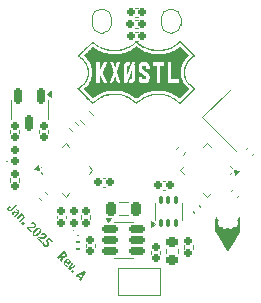
<source format=gto>
G04 #@! TF.GenerationSoftware,KiCad,Pcbnew,8.0.5*
G04 #@! TF.CreationDate,2025-01-04T21:13:05-06:00*
G04 #@! TF.ProjectId,button_transmitter,62757474-6f6e-45f7-9472-616e736d6974,rev?*
G04 #@! TF.SameCoordinates,PX481dea0PY631a57d*
G04 #@! TF.FileFunction,Legend,Top*
G04 #@! TF.FilePolarity,Positive*
%FSLAX46Y46*%
G04 Gerber Fmt 4.6, Leading zero omitted, Abs format (unit mm)*
G04 Created by KiCad (PCBNEW 8.0.5) date 2025-01-04 21:13:05*
%MOMM*%
%LPD*%
G01*
G04 APERTURE LIST*
G04 Aperture macros list*
%AMRoundRect*
0 Rectangle with rounded corners*
0 $1 Rounding radius*
0 $2 $3 $4 $5 $6 $7 $8 $9 X,Y pos of 4 corners*
0 Add a 4 corners polygon primitive as box body*
4,1,4,$2,$3,$4,$5,$6,$7,$8,$9,$2,$3,0*
0 Add four circle primitives for the rounded corners*
1,1,$1+$1,$2,$3*
1,1,$1+$1,$4,$5*
1,1,$1+$1,$6,$7*
1,1,$1+$1,$8,$9*
0 Add four rect primitives between the rounded corners*
20,1,$1+$1,$2,$3,$4,$5,0*
20,1,$1+$1,$4,$5,$6,$7,0*
20,1,$1+$1,$6,$7,$8,$9,0*
20,1,$1+$1,$8,$9,$2,$3,0*%
%AMRotRect*
0 Rectangle, with rotation*
0 The origin of the aperture is its center*
0 $1 length*
0 $2 width*
0 $3 Rotation angle, in degrees counterclockwise*
0 Add horizontal line*
21,1,$1,$2,0,0,$3*%
%AMFreePoly0*
4,1,14,0.334644,0.085355,0.385355,0.034644,0.400000,-0.000711,0.400000,-0.050000,0.385355,-0.085355,0.350000,-0.100000,-0.350000,-0.100000,-0.385355,-0.085355,-0.400000,-0.050000,-0.400000,0.050000,-0.385355,0.085355,-0.350000,0.100000,0.299289,0.100000,0.334644,0.085355,0.334644,0.085355,$1*%
%AMFreePoly1*
4,1,14,0.385355,0.085355,0.400000,0.050000,0.400000,0.000711,0.385355,-0.034644,0.334644,-0.085355,0.299289,-0.100000,-0.350000,-0.100000,-0.385355,-0.085355,-0.400000,-0.050000,-0.400000,0.050000,-0.385355,0.085355,-0.350000,0.100000,0.350000,0.100000,0.385355,0.085355,0.385355,0.085355,$1*%
%AMFreePoly2*
4,1,14,0.085355,0.385355,0.100000,0.350000,0.100000,-0.350000,0.085355,-0.385355,0.050000,-0.400000,-0.050000,-0.400000,-0.085355,-0.385355,-0.100000,-0.350000,-0.100000,0.299289,-0.085355,0.334644,-0.034644,0.385355,0.000711,0.400000,0.050000,0.400000,0.085355,0.385355,0.085355,0.385355,$1*%
%AMFreePoly3*
4,1,14,0.034644,0.385355,0.085355,0.334644,0.100000,0.299289,0.100000,-0.350000,0.085355,-0.385355,0.050000,-0.400000,-0.050000,-0.400000,-0.085355,-0.385355,-0.100000,-0.350000,-0.100000,0.350000,-0.085355,0.385355,-0.050000,0.400000,-0.000711,0.400000,0.034644,0.385355,0.034644,0.385355,$1*%
%AMFreePoly4*
4,1,14,0.385355,0.085355,0.400000,0.050000,0.400000,-0.050000,0.385355,-0.085355,0.350000,-0.100000,-0.299289,-0.100000,-0.334644,-0.085355,-0.385355,-0.034644,-0.400000,0.000711,-0.400000,0.050000,-0.385355,0.085355,-0.350000,0.100000,0.350000,0.100000,0.385355,0.085355,0.385355,0.085355,$1*%
%AMFreePoly5*
4,1,14,0.385355,0.085355,0.400000,0.050000,0.400000,-0.050000,0.385355,-0.085355,0.350000,-0.100000,-0.350000,-0.100000,-0.385355,-0.085355,-0.400000,-0.050000,-0.400000,-0.000711,-0.385355,0.034644,-0.334644,0.085355,-0.299289,0.100000,0.350000,0.100000,0.385355,0.085355,0.385355,0.085355,$1*%
%AMFreePoly6*
4,1,14,0.085355,0.385355,0.100000,0.350000,0.100000,-0.299289,0.085355,-0.334644,0.034644,-0.385355,-0.000711,-0.400000,-0.050000,-0.400000,-0.085355,-0.385355,-0.100000,-0.350000,-0.100000,0.350000,-0.085355,0.385355,-0.050000,0.400000,0.050000,0.400000,0.085355,0.385355,0.085355,0.385355,$1*%
%AMFreePoly7*
4,1,14,0.085355,0.385355,0.100000,0.350000,0.100000,-0.350000,0.085355,-0.385355,0.050000,-0.400000,0.000711,-0.400000,-0.034644,-0.385355,-0.085355,-0.334644,-0.100000,-0.299289,-0.100000,0.350000,-0.085355,0.385355,-0.050000,0.400000,0.050000,0.400000,0.085355,0.385355,0.085355,0.385355,$1*%
%AMFreePoly8*
4,1,19,0.500000,-0.750000,0.000000,-0.750000,0.000000,-0.744911,-0.071157,-0.744911,-0.207708,-0.704816,-0.327430,-0.627875,-0.420627,-0.520320,-0.479746,-0.390866,-0.500000,-0.250000,-0.500000,0.250000,-0.479746,0.390866,-0.420627,0.520320,-0.327430,0.627875,-0.207708,0.704816,-0.071157,0.744911,0.000000,0.744911,0.000000,0.750000,0.500000,0.750000,0.500000,-0.750000,0.500000,-0.750000,
$1*%
G04 Aperture macros list end*
%ADD10C,0.150000*%
%ADD11C,0.120000*%
%ADD12C,0.100000*%
%ADD13C,0.000000*%
%ADD14RoundRect,0.150000X0.035355X-0.247487X0.247487X-0.035355X-0.035355X0.247487X-0.247487X0.035355X0*%
%ADD15RoundRect,0.150000X-0.200000X0.150000X-0.200000X-0.150000X0.200000X-0.150000X0.200000X0.150000X0*%
%ADD16RoundRect,0.150000X0.200000X-0.150000X0.200000X0.150000X-0.200000X0.150000X-0.200000X-0.150000X0*%
%ADD17RoundRect,0.150000X0.150000X0.200000X-0.150000X0.200000X-0.150000X-0.200000X0.150000X-0.200000X0*%
%ADD18RoundRect,0.062500X-0.112500X0.062500X-0.112500X-0.062500X0.112500X-0.062500X0.112500X0.062500X0*%
%ADD19R,0.635000X0.635000*%
%ADD20C,0.635000*%
%ADD21RoundRect,0.225000X-0.250000X0.225000X-0.250000X-0.225000X0.250000X-0.225000X0.250000X0.225000X0*%
%ADD22C,2.200000*%
%ADD23O,2.200000X2.200000*%
%ADD24FreePoly0,45.000000*%
%ADD25RoundRect,0.050000X-0.212132X-0.282843X0.282843X0.212132X0.212132X0.282843X-0.282843X-0.212132X0*%
%ADD26FreePoly1,45.000000*%
%ADD27FreePoly2,45.000000*%
%ADD28RoundRect,0.050000X0.212132X-0.282843X0.282843X-0.212132X-0.212132X0.282843X-0.282843X0.212132X0*%
%ADD29FreePoly3,45.000000*%
%ADD30FreePoly4,45.000000*%
%ADD31FreePoly5,45.000000*%
%ADD32FreePoly6,45.000000*%
%ADD33FreePoly7,45.000000*%
%ADD34RotRect,1.700000X1.700000X45.000000*%
%ADD35RoundRect,0.218750X0.218750X0.381250X-0.218750X0.381250X-0.218750X-0.381250X0.218750X-0.381250X0*%
%ADD36RoundRect,0.150000X-0.247487X-0.035355X-0.035355X-0.247487X0.247487X0.035355X0.035355X0.247487X0*%
%ADD37C,4.000000*%
%ADD38RoundRect,0.100000X0.100000X-0.225000X0.100000X0.225000X-0.100000X0.225000X-0.100000X-0.225000X0*%
%ADD39RoundRect,0.150000X0.247487X0.035355X0.035355X0.247487X-0.247487X-0.035355X-0.035355X-0.247487X0*%
%ADD40RotRect,1.400000X1.200000X315.000000*%
%ADD41RoundRect,0.150000X-0.035355X0.247487X-0.247487X0.035355X0.035355X-0.247487X0.247487X-0.035355X0*%
%ADD42RoundRect,0.150000X-0.150000X0.512500X-0.150000X-0.512500X0.150000X-0.512500X0.150000X0.512500X0*%
%ADD43RoundRect,0.062500X0.220971X0.309359X-0.309359X-0.220971X-0.220971X-0.309359X0.309359X0.220971X0*%
%ADD44RoundRect,0.062500X-0.220971X0.309359X-0.309359X0.220971X0.220971X-0.309359X0.309359X-0.220971X0*%
%ADD45RotRect,1.450000X1.450000X225.000000*%
%ADD46RoundRect,0.150000X-0.512500X-0.150000X0.512500X-0.150000X0.512500X0.150000X-0.512500X0.150000X0*%
%ADD47RoundRect,0.200000X-0.335876X-0.053033X-0.053033X-0.335876X0.335876X0.053033X0.053033X0.335876X0*%
%ADD48RoundRect,0.135000X-0.226274X-0.035355X-0.035355X-0.226274X0.226274X0.035355X0.035355X0.226274X0*%
%ADD49RoundRect,0.150000X-0.150000X-0.200000X0.150000X-0.200000X0.150000X0.200000X-0.150000X0.200000X0*%
%ADD50C,0.600000*%
%ADD51FreePoly8,0.000000*%
%ADD52FreePoly8,180.000000*%
G04 APERTURE END LIST*
D10*
G36*
X-10751533Y-4668971D02*
G01*
X-10823793Y-4741231D01*
X-10857686Y-4778081D01*
X-10884617Y-4813852D01*
X-10904728Y-4848639D01*
X-10921180Y-4893653D01*
X-10926098Y-4937308D01*
X-10919818Y-4979827D01*
X-10902676Y-5021433D01*
X-10875011Y-5062351D01*
X-10847558Y-5092721D01*
X-10811923Y-5124618D01*
X-10774315Y-5149686D01*
X-10734379Y-5166293D01*
X-10691760Y-5172805D01*
X-10646103Y-5167588D01*
X-10597054Y-5149008D01*
X-10557828Y-5125322D01*
X-10516345Y-5092510D01*
X-10487362Y-5065227D01*
X-10088757Y-4666622D01*
X-10199566Y-4555814D01*
X-10615441Y-4971689D01*
X-10644694Y-4998743D01*
X-10676619Y-5021670D01*
X-10714652Y-5035301D01*
X-10752671Y-5026250D01*
X-10768389Y-5013553D01*
X-10789630Y-4977318D01*
X-10782929Y-4935253D01*
X-10758778Y-4898473D01*
X-10736473Y-4874145D01*
X-10641416Y-4779088D01*
X-10751533Y-4668971D01*
G37*
G36*
X-10146081Y-4975883D02*
G01*
X-10110429Y-4992019D01*
X-10070838Y-5012440D01*
X-10034739Y-5034250D01*
X-10002142Y-5057702D01*
X-9968554Y-5087471D01*
X-9951459Y-5105825D01*
X-9924272Y-5143020D01*
X-9906402Y-5180732D01*
X-9897134Y-5228365D01*
X-9902346Y-5276260D01*
X-9916911Y-5314562D01*
X-9940692Y-5352682D01*
X-9973666Y-5390466D01*
X-10188789Y-5605588D01*
X-10195696Y-5612589D01*
X-10222564Y-5642737D01*
X-10246541Y-5676052D01*
X-10354310Y-5568284D01*
X-10312584Y-5526558D01*
X-10325569Y-5525639D01*
X-10367909Y-5519641D01*
X-10405603Y-5508977D01*
X-10443305Y-5490497D01*
X-10475618Y-5464661D01*
X-10487702Y-5451317D01*
X-10510567Y-5414867D01*
X-10523046Y-5375339D01*
X-10524135Y-5355226D01*
X-10385077Y-5355226D01*
X-10379125Y-5395316D01*
X-10356106Y-5429152D01*
X-10323848Y-5452812D01*
X-10285085Y-5468687D01*
X-10245712Y-5478753D01*
X-10190308Y-5423349D01*
X-10185307Y-5418360D01*
X-10155373Y-5390971D01*
X-10121502Y-5368912D01*
X-10125647Y-5357030D01*
X-10155003Y-5335805D01*
X-10192071Y-5313001D01*
X-10234882Y-5293217D01*
X-10280731Y-5282062D01*
X-10326019Y-5286062D01*
X-10361771Y-5307982D01*
X-10370274Y-5317844D01*
X-10385077Y-5355226D01*
X-10524135Y-5355226D01*
X-10525263Y-5334409D01*
X-10517345Y-5293754D01*
X-10499419Y-5255049D01*
X-10471612Y-5219971D01*
X-10435596Y-5191400D01*
X-10396305Y-5174530D01*
X-10353352Y-5169107D01*
X-10306349Y-5174878D01*
X-10268207Y-5186398D01*
X-10227406Y-5203964D01*
X-10183783Y-5227468D01*
X-10137175Y-5256804D01*
X-10104364Y-5279548D01*
X-10070105Y-5304804D01*
X-10042887Y-5277586D01*
X-10025981Y-5253910D01*
X-10018591Y-5213879D01*
X-10031518Y-5175417D01*
X-10056427Y-5143842D01*
X-10090703Y-5116298D01*
X-10127944Y-5099232D01*
X-10168010Y-5092762D01*
X-10210757Y-5097005D01*
X-10249581Y-5058180D01*
X-10161018Y-4969617D01*
X-10146081Y-4975883D01*
G37*
G36*
X-9732984Y-5340727D02*
G01*
X-10157425Y-5765169D01*
X-10058361Y-5864233D01*
X-9740721Y-5546592D01*
X-9700954Y-5546712D01*
X-9661291Y-5556292D01*
X-9627564Y-5579061D01*
X-9601785Y-5614135D01*
X-9596009Y-5655647D01*
X-9611964Y-5695956D01*
X-9635512Y-5728448D01*
X-9669290Y-5765030D01*
X-9913427Y-6009167D01*
X-9816021Y-6106573D01*
X-9608221Y-5898774D01*
X-9570239Y-5859865D01*
X-9536688Y-5822999D01*
X-9508087Y-5787896D01*
X-9484954Y-5754275D01*
X-9463511Y-5711267D01*
X-9453939Y-5669730D01*
X-9457468Y-5628997D01*
X-9475326Y-5588403D01*
X-9508742Y-5547283D01*
X-9540747Y-5521457D01*
X-9579534Y-5505510D01*
X-9620170Y-5500763D01*
X-9663210Y-5502241D01*
X-9678409Y-5484280D01*
X-9633920Y-5439791D01*
X-9732984Y-5340727D01*
G37*
G36*
X-9598688Y-6065815D02*
G01*
X-9727733Y-6194861D01*
X-9596339Y-6326255D01*
X-9467293Y-6197209D01*
X-9598688Y-6065815D01*
G37*
G36*
X-8832427Y-6307879D02*
G01*
X-8799518Y-6279650D01*
X-8762722Y-6256758D01*
X-8723460Y-6245246D01*
X-8683347Y-6252198D01*
X-8656543Y-6271542D01*
X-8633071Y-6303540D01*
X-8623474Y-6342288D01*
X-8631695Y-6381510D01*
X-8653047Y-6414702D01*
X-8661517Y-6423799D01*
X-8693704Y-6449563D01*
X-8730001Y-6467363D01*
X-8770549Y-6478505D01*
X-8815491Y-6484296D01*
X-8854703Y-6485954D01*
X-8896892Y-6485691D01*
X-8942129Y-6484177D01*
X-8984082Y-6481857D01*
X-9023557Y-6479694D01*
X-9072637Y-6478003D01*
X-9118034Y-6478870D01*
X-9160161Y-6483601D01*
X-9199431Y-6493497D01*
X-9236257Y-6509862D01*
X-9271052Y-6534000D01*
X-9287817Y-6549391D01*
X-9330510Y-6592084D01*
X-8956637Y-6965957D01*
X-8856053Y-6865373D01*
X-8989105Y-6732321D01*
X-9021841Y-6700289D01*
X-9054150Y-6671502D01*
X-9087443Y-6646672D01*
X-9123129Y-6626508D01*
X-9162619Y-6611722D01*
X-9176871Y-6608111D01*
X-9175213Y-6582689D01*
X-9126765Y-6587473D01*
X-9078399Y-6593156D01*
X-9030054Y-6599362D01*
X-8981671Y-6605714D01*
X-8942896Y-6610648D01*
X-8904027Y-6615241D01*
X-8865033Y-6619302D01*
X-8815286Y-6622862D01*
X-8768908Y-6623324D01*
X-8725693Y-6620286D01*
X-8685437Y-6613344D01*
X-8647933Y-6602095D01*
X-8604610Y-6581363D01*
X-8572548Y-6558950D01*
X-8549880Y-6538476D01*
X-8518946Y-6501391D01*
X-8496546Y-6460860D01*
X-8483055Y-6417734D01*
X-8478846Y-6372868D01*
X-8484294Y-6327115D01*
X-8499772Y-6281328D01*
X-8525654Y-6236360D01*
X-8552119Y-6203685D01*
X-8562315Y-6193064D01*
X-8596963Y-6161843D01*
X-8631806Y-6137264D01*
X-8666825Y-6119317D01*
X-8713764Y-6105685D01*
X-8760947Y-6103800D01*
X-8808334Y-6113638D01*
X-8855883Y-6135174D01*
X-8891628Y-6158989D01*
X-8927425Y-6189361D01*
X-8939366Y-6200940D01*
X-8832427Y-6307879D01*
G37*
G36*
X-8234207Y-6566880D02*
G01*
X-8194830Y-6580883D01*
X-8157277Y-6603190D01*
X-8121570Y-6633810D01*
X-8109406Y-6646553D01*
X-8079256Y-6685442D01*
X-8058547Y-6725472D01*
X-8047190Y-6766845D01*
X-8045096Y-6809762D01*
X-8052176Y-6854424D01*
X-8068343Y-6901031D01*
X-8093506Y-6949784D01*
X-8115236Y-6983578D01*
X-8140898Y-7018474D01*
X-8170467Y-7054532D01*
X-8203917Y-7091812D01*
X-8241220Y-7130373D01*
X-8276385Y-7164072D01*
X-8310794Y-7194085D01*
X-8344443Y-7220415D01*
X-8377330Y-7243064D01*
X-8425227Y-7270140D01*
X-8471396Y-7288947D01*
X-8515829Y-7299494D01*
X-8558518Y-7301789D01*
X-8599455Y-7295840D01*
X-8638632Y-7281654D01*
X-8676040Y-7259241D01*
X-8711671Y-7228608D01*
X-8723492Y-7216203D01*
X-8752850Y-7178063D01*
X-8773092Y-7138444D01*
X-8779444Y-7115028D01*
X-8659489Y-7115028D01*
X-8637338Y-7152618D01*
X-8606431Y-7172703D01*
X-8563390Y-7174226D01*
X-8521608Y-7157678D01*
X-8483726Y-7133389D01*
X-8452441Y-7109013D01*
X-8418500Y-7079561D01*
X-8381725Y-7045216D01*
X-8341942Y-7006163D01*
X-8315378Y-6979283D01*
X-8279458Y-6941540D01*
X-8248405Y-6906724D01*
X-8222394Y-6874651D01*
X-8195857Y-6835835D01*
X-8176361Y-6793047D01*
X-8174087Y-6748979D01*
X-8196179Y-6711458D01*
X-8226757Y-6691508D01*
X-8269565Y-6689647D01*
X-8311287Y-6705707D01*
X-8349208Y-6729596D01*
X-8380572Y-6753728D01*
X-8414638Y-6783024D01*
X-8451580Y-6817341D01*
X-8491574Y-6856531D01*
X-8518253Y-6883540D01*
X-8554289Y-6921476D01*
X-8585403Y-6956478D01*
X-8611430Y-6988728D01*
X-8637933Y-7027759D01*
X-8657338Y-7070774D01*
X-8659489Y-7115028D01*
X-8779444Y-7115028D01*
X-8784273Y-7097224D01*
X-8786446Y-7054281D01*
X-8779665Y-7009496D01*
X-8763984Y-6962748D01*
X-8739457Y-6913915D01*
X-8718218Y-6880142D01*
X-8693088Y-6845353D01*
X-8664082Y-6809512D01*
X-8631216Y-6772584D01*
X-8594507Y-6734532D01*
X-8559202Y-6700689D01*
X-8524634Y-6670508D01*
X-8490811Y-6643992D01*
X-8457737Y-6621142D01*
X-8409547Y-6593746D01*
X-8363078Y-6574614D01*
X-8318351Y-6563754D01*
X-8275387Y-6561173D01*
X-8234207Y-6566880D01*
G37*
G36*
X-7952594Y-7187712D02*
G01*
X-7919686Y-7159482D01*
X-7882890Y-7136591D01*
X-7843627Y-7125078D01*
X-7803515Y-7132031D01*
X-7776711Y-7151374D01*
X-7753239Y-7183372D01*
X-7743641Y-7222120D01*
X-7751863Y-7261343D01*
X-7773215Y-7294534D01*
X-7781685Y-7303632D01*
X-7813872Y-7329395D01*
X-7850169Y-7347195D01*
X-7890717Y-7358337D01*
X-7935659Y-7364129D01*
X-7974871Y-7365786D01*
X-8017060Y-7365524D01*
X-8062297Y-7364010D01*
X-8104250Y-7361690D01*
X-8143725Y-7359526D01*
X-8192804Y-7357835D01*
X-8238201Y-7358703D01*
X-8280329Y-7363433D01*
X-8319599Y-7373329D01*
X-8356425Y-7389694D01*
X-8391220Y-7413832D01*
X-8407985Y-7429223D01*
X-8450678Y-7471916D01*
X-8076804Y-7845790D01*
X-7976220Y-7745206D01*
X-8109273Y-7612153D01*
X-8142008Y-7580121D01*
X-8174318Y-7551334D01*
X-8207611Y-7526504D01*
X-8243297Y-7506341D01*
X-8282787Y-7491554D01*
X-8297039Y-7487943D01*
X-8295381Y-7462521D01*
X-8246933Y-7467305D01*
X-8198566Y-7472989D01*
X-8150222Y-7479194D01*
X-8101838Y-7485546D01*
X-8063063Y-7490480D01*
X-8024195Y-7495074D01*
X-7985201Y-7499135D01*
X-7935454Y-7502694D01*
X-7889075Y-7503156D01*
X-7845861Y-7500118D01*
X-7805604Y-7493176D01*
X-7768101Y-7481927D01*
X-7724778Y-7461196D01*
X-7692716Y-7438782D01*
X-7670048Y-7418308D01*
X-7639114Y-7381224D01*
X-7616714Y-7340692D01*
X-7603223Y-7297567D01*
X-7599014Y-7252701D01*
X-7604461Y-7206947D01*
X-7619939Y-7161160D01*
X-7645822Y-7116192D01*
X-7672286Y-7083517D01*
X-7682482Y-7072897D01*
X-7717131Y-7041676D01*
X-7751973Y-7017096D01*
X-7786993Y-6999149D01*
X-7833932Y-6985517D01*
X-7881115Y-6983632D01*
X-7928501Y-6993470D01*
X-7976051Y-7015007D01*
X-8011796Y-7038822D01*
X-8047593Y-7069193D01*
X-8059534Y-7080772D01*
X-7952594Y-7187712D01*
G37*
G36*
X-7862511Y-7784306D02*
G01*
X-7970556Y-7892351D01*
X-7958864Y-7932567D01*
X-7942917Y-7968344D01*
X-7921870Y-8004448D01*
X-7896073Y-8040049D01*
X-7865875Y-8074317D01*
X-7860439Y-8079840D01*
X-7825172Y-8111037D01*
X-7788261Y-8135985D01*
X-7750101Y-8154657D01*
X-7711087Y-8167027D01*
X-7671615Y-8173069D01*
X-7632081Y-8172755D01*
X-7592879Y-8166058D01*
X-7554406Y-8152953D01*
X-7517057Y-8133413D01*
X-7481227Y-8107410D01*
X-7458379Y-8086472D01*
X-7431862Y-8056275D01*
X-7405207Y-8013794D01*
X-7388368Y-7969593D01*
X-7381201Y-7924565D01*
X-7383564Y-7879599D01*
X-7395315Y-7835586D01*
X-7416311Y-7793416D01*
X-7446410Y-7753981D01*
X-7455340Y-7744653D01*
X-7486522Y-7717309D01*
X-7520308Y-7694518D01*
X-7536857Y-7685242D01*
X-7536995Y-7662998D01*
X-7500124Y-7647600D01*
X-7486289Y-7634674D01*
X-7437517Y-7585902D01*
X-7413110Y-7553185D01*
X-7408364Y-7534367D01*
X-7386119Y-7534505D01*
X-7373393Y-7575735D01*
X-7352803Y-7611262D01*
X-7327234Y-7642980D01*
X-7307780Y-7663412D01*
X-7178596Y-7792596D01*
X-7079532Y-7693532D01*
X-7398692Y-7374372D01*
X-7703069Y-7678749D01*
X-7658718Y-7723099D01*
X-7622693Y-7742685D01*
X-7590935Y-7766328D01*
X-7581208Y-7775464D01*
X-7556369Y-7806214D01*
X-7538425Y-7845812D01*
X-7533390Y-7886620D01*
X-7541230Y-7926801D01*
X-7561915Y-7964520D01*
X-7577063Y-7981882D01*
X-7612829Y-8009679D01*
X-7650496Y-8024320D01*
X-7695300Y-8024995D01*
X-7733113Y-8011697D01*
X-7769160Y-7985763D01*
X-7774915Y-7980224D01*
X-7800441Y-7948977D01*
X-7818155Y-7911505D01*
X-7823410Y-7868777D01*
X-7814982Y-7831835D01*
X-7862511Y-7784306D01*
G37*
G36*
X-6022885Y-8612494D02*
G01*
X-6007885Y-8627789D01*
X-5980146Y-8657897D01*
X-5944258Y-8701875D01*
X-5915342Y-8744464D01*
X-5893517Y-8785695D01*
X-5878902Y-8825603D01*
X-5871617Y-8864222D01*
X-5873513Y-8913764D01*
X-5888935Y-8961153D01*
X-5909550Y-8995328D01*
X-5938052Y-9028370D01*
X-5966239Y-9052690D01*
X-6003895Y-9074598D01*
X-6044398Y-9087153D01*
X-6087911Y-9090444D01*
X-6134600Y-9084560D01*
X-6174347Y-9073305D01*
X-6216315Y-9056279D01*
X-6222533Y-9062496D01*
X-6219785Y-9083467D01*
X-6218902Y-9122851D01*
X-6225987Y-9164047D01*
X-6318143Y-9484451D01*
X-6448018Y-9354576D01*
X-6347848Y-9057937D01*
X-6334907Y-9022541D01*
X-6314412Y-8988026D01*
X-6341841Y-8968533D01*
X-6372303Y-8941464D01*
X-6381837Y-8931931D01*
X-6626250Y-9176344D01*
X-6736367Y-9066227D01*
X-6536304Y-8866164D01*
X-6316070Y-8866164D01*
X-6289128Y-8894488D01*
X-6256628Y-8924174D01*
X-6218039Y-8950983D01*
X-6174099Y-8967817D01*
X-6131970Y-8967637D01*
X-6090838Y-8950143D01*
X-6056735Y-8922121D01*
X-6039019Y-8900736D01*
X-6021454Y-8865171D01*
X-6015874Y-8825595D01*
X-6026192Y-8784827D01*
X-6050656Y-8751073D01*
X-6125818Y-8675912D01*
X-6316070Y-8866164D01*
X-6536304Y-8866164D01*
X-6152760Y-8482619D01*
X-6022885Y-8612494D01*
G37*
G36*
X-5751784Y-9203286D02*
G01*
X-5715270Y-9219559D01*
X-5679926Y-9242578D01*
X-5645972Y-9272368D01*
X-5619815Y-9302052D01*
X-5593813Y-9343574D01*
X-5578065Y-9386925D01*
X-5572693Y-9431679D01*
X-5577822Y-9477407D01*
X-5593574Y-9523683D01*
X-5612433Y-9558491D01*
X-5637389Y-9593187D01*
X-5668493Y-9627590D01*
X-5690618Y-9648821D01*
X-5719890Y-9675947D01*
X-5970935Y-9424902D01*
X-5990903Y-9451660D01*
X-6011277Y-9486809D01*
X-6026838Y-9529578D01*
X-6031577Y-9570637D01*
X-6025689Y-9609543D01*
X-6009370Y-9645853D01*
X-5982817Y-9679125D01*
X-5961392Y-9697652D01*
X-5926539Y-9716898D01*
X-5886953Y-9726611D01*
X-5846449Y-9727897D01*
X-5809144Y-9765202D01*
X-5897293Y-9853351D01*
X-5903384Y-9851520D01*
X-5945398Y-9835594D01*
X-5980432Y-9817699D01*
X-6014419Y-9795995D01*
X-6047221Y-9770586D01*
X-6078704Y-9741575D01*
X-6112286Y-9703555D01*
X-6138215Y-9664428D01*
X-6156521Y-9624336D01*
X-6167236Y-9583418D01*
X-6170393Y-9541814D01*
X-6166024Y-9499664D01*
X-6154160Y-9457108D01*
X-6134835Y-9414287D01*
X-6108080Y-9371340D01*
X-6099031Y-9359965D01*
X-5925064Y-9359965D01*
X-5925064Y-9379032D01*
X-5896828Y-9395820D01*
X-5864952Y-9418746D01*
X-5833185Y-9447147D01*
X-5828157Y-9452214D01*
X-5800677Y-9482141D01*
X-5776602Y-9513878D01*
X-5756365Y-9547731D01*
X-5737437Y-9547592D01*
X-5727115Y-9529256D01*
X-5705725Y-9487101D01*
X-5691141Y-9449707D01*
X-5683508Y-9410229D01*
X-5689572Y-9370227D01*
X-5713396Y-9335095D01*
X-5727964Y-9322604D01*
X-5764921Y-9306651D01*
X-5807415Y-9307797D01*
X-5849540Y-9321107D01*
X-5889488Y-9340076D01*
X-5925064Y-9359965D01*
X-6099031Y-9359965D01*
X-6073927Y-9328408D01*
X-6047064Y-9299863D01*
X-6008884Y-9265280D01*
X-5970188Y-9237243D01*
X-5931197Y-9215779D01*
X-5892129Y-9200914D01*
X-5853205Y-9192674D01*
X-5801911Y-9192037D01*
X-5751784Y-9203286D01*
G37*
G36*
X-5454061Y-9499649D02*
G01*
X-5753464Y-10049130D01*
X-5660756Y-10141838D01*
X-5113485Y-9840225D01*
X-5215727Y-9737983D01*
X-5515683Y-9946197D01*
X-5549243Y-9970184D01*
X-5582063Y-9995882D01*
X-5614125Y-10023493D01*
X-5631603Y-10039735D01*
X-5641827Y-10029511D01*
X-5614838Y-9996518D01*
X-5589472Y-9963131D01*
X-5565050Y-9928618D01*
X-5552158Y-9909722D01*
X-5342424Y-9611286D01*
X-5454061Y-9499649D01*
G37*
G36*
X-5417171Y-10127331D02*
G01*
X-5546217Y-10256377D01*
X-5414823Y-10387771D01*
X-5285777Y-10258726D01*
X-5417171Y-10127331D01*
G37*
G36*
X-4298452Y-10336927D02*
G01*
X-4709354Y-11093240D01*
X-4830524Y-10972070D01*
X-4733671Y-10821332D01*
X-4913423Y-10641580D01*
X-5063470Y-10739124D01*
X-5171100Y-10631494D01*
X-5082466Y-10582307D01*
X-4836742Y-10582307D01*
X-4671221Y-10747828D01*
X-4668946Y-10741117D01*
X-4651723Y-10702791D01*
X-4632309Y-10667196D01*
X-4611672Y-10632737D01*
X-4481244Y-10429359D01*
X-4473281Y-10417038D01*
X-4450222Y-10384383D01*
X-4424459Y-10352125D01*
X-4441176Y-10335407D01*
X-4451380Y-10344188D01*
X-4483948Y-10369113D01*
X-4518410Y-10392193D01*
X-4737401Y-10531877D01*
X-4761492Y-10546771D01*
X-4798279Y-10566120D01*
X-4836742Y-10582307D01*
X-5082466Y-10582307D01*
X-4420452Y-10214927D01*
X-4298452Y-10336927D01*
G37*
D11*
X9319194Y135231D02*
X9471695Y287736D01*
X9828305Y-373886D02*
X9980806Y-221381D01*
X-6720000Y-5557740D02*
X-6720001Y-5773412D01*
X-6000001Y-5557738D02*
X-6000002Y-5773410D01*
D12*
X-10870001Y-943075D02*
G75*
G02*
X-10969999Y-943075I-49999J0D01*
G01*
X-10969999Y-943075D02*
G75*
G02*
X-10870001Y-943075I49999J0D01*
G01*
D11*
X2427834Y-3333073D02*
X2212162Y-3333075D01*
X2427838Y-2613075D02*
X2212166Y-2613077D01*
D12*
X-4907502Y-7213071D02*
G75*
G02*
X-5007502Y-7213071I-50000J0D01*
G01*
X-5007502Y-7213071D02*
G75*
G02*
X-4907502Y-7213071I50000J0D01*
G01*
X1980000Y-9973075D02*
X-1520000Y-9973075D01*
X-1520000Y-12273075D01*
X1980000Y-12273075D01*
X1980000Y-9973075D01*
D11*
X-2642166Y-3083073D02*
X-2857838Y-3083075D01*
X-2642162Y-2363075D02*
X-2857834Y-2363077D01*
X1250000Y-8499435D02*
X1250001Y-8806716D01*
X2009999Y-8499434D02*
X2010000Y-8806715D01*
X2540000Y-8402495D02*
X2540000Y-8683655D01*
X3560000Y-8402495D02*
X3560000Y-8683655D01*
D13*
G36*
X3718024Y9268453D02*
G01*
X3733020Y9250877D01*
X3748371Y9233510D01*
X3764862Y9215537D01*
X3783279Y9196140D01*
X3804407Y9174501D01*
X3829032Y9149802D01*
X3857938Y9121227D01*
X3884677Y9095025D01*
X3904295Y9075831D01*
X3928809Y9051810D01*
X3957551Y9023619D01*
X3989851Y8991914D01*
X4025042Y8957352D01*
X4062454Y8920589D01*
X4101419Y8882284D01*
X4141269Y8843093D01*
X4181335Y8803672D01*
X4220947Y8764679D01*
X4232682Y8753123D01*
X4275796Y8710680D01*
X4322354Y8664870D01*
X4371326Y8616706D01*
X4421680Y8567202D01*
X4472384Y8517371D01*
X4522409Y8468226D01*
X4570722Y8420781D01*
X4616293Y8376049D01*
X4658090Y8335043D01*
X4685835Y8307839D01*
X4734917Y8259719D01*
X4778701Y8216767D01*
X4817479Y8178688D01*
X4851544Y8145191D01*
X4881187Y8115983D01*
X4906699Y8090771D01*
X4928372Y8069263D01*
X4946498Y8051166D01*
X4961369Y8036186D01*
X4973276Y8024033D01*
X4982510Y8014412D01*
X4989365Y8007031D01*
X4994130Y8001598D01*
X4997099Y7997819D01*
X4998562Y7995403D01*
X4998812Y7994056D01*
X4998731Y7993871D01*
X4994958Y7990477D01*
X4986007Y7983453D01*
X4973066Y7973698D01*
X4957318Y7962117D01*
X4950356Y7957071D01*
X4930896Y7942844D01*
X4910963Y7927955D01*
X4892747Y7914060D01*
X4878437Y7902814D01*
X4876999Y7901649D01*
X4863867Y7891112D01*
X4846512Y7877389D01*
X4826917Y7862040D01*
X4807068Y7846624D01*
X4801077Y7842000D01*
X4720023Y7777284D01*
X4644235Y7712127D01*
X4574185Y7646987D01*
X4510342Y7582318D01*
X4453180Y7518576D01*
X4405414Y7459194D01*
X4346029Y7374551D01*
X4293513Y7286497D01*
X4247811Y7194890D01*
X4208865Y7099587D01*
X4176621Y7000447D01*
X4151023Y6897327D01*
X4132015Y6790086D01*
X4126841Y6750998D01*
X4123704Y6717863D01*
X4121460Y6678975D01*
X4120109Y6636272D01*
X4119653Y6591697D01*
X4120093Y6547191D01*
X4121429Y6504694D01*
X4123664Y6466148D01*
X4126666Y6434572D01*
X4142868Y6330488D01*
X4165833Y6230305D01*
X4195586Y6133972D01*
X4232150Y6041435D01*
X4275552Y5952642D01*
X4325815Y5867540D01*
X4382964Y5786076D01*
X4447025Y5708197D01*
X4486288Y5665756D01*
X4512609Y5639519D01*
X4544786Y5609349D01*
X4582895Y5575182D01*
X4627013Y5536953D01*
X4677215Y5494598D01*
X4733579Y5448052D01*
X4796180Y5397251D01*
X4865095Y5342130D01*
X4912392Y5304679D01*
X4934771Y5286848D01*
X4955060Y5270353D01*
X4972461Y5255866D01*
X4986178Y5244064D01*
X4995412Y5235620D01*
X4999369Y5231209D01*
X4999452Y5230981D01*
X4996888Y5227597D01*
X4989093Y5218800D01*
X4976264Y5204795D01*
X4958597Y5185790D01*
X4936288Y5161991D01*
X4909535Y5133605D01*
X4878533Y5100837D01*
X4843478Y5063896D01*
X4804568Y5022986D01*
X4761999Y4978316D01*
X4715967Y4930091D01*
X4666669Y4878517D01*
X4614300Y4823803D01*
X4559059Y4766153D01*
X4501140Y4705775D01*
X4440741Y4642875D01*
X4382882Y4582677D01*
X4325177Y4522667D01*
X4268769Y4464010D01*
X4213907Y4406964D01*
X4160841Y4351791D01*
X4109822Y4298748D01*
X4061098Y4248095D01*
X4014920Y4200093D01*
X3971536Y4155000D01*
X3931198Y4113076D01*
X3894154Y4074581D01*
X3860654Y4039774D01*
X3830948Y4008915D01*
X3805286Y3982263D01*
X3783917Y3960077D01*
X3767091Y3942618D01*
X3755058Y3930144D01*
X3748067Y3922916D01*
X3746556Y3921365D01*
X3727938Y3902452D01*
X3626773Y3984056D01*
X3578816Y4022579D01*
X3535852Y4056716D01*
X3496940Y4087170D01*
X3461143Y4114643D01*
X3427524Y4139837D01*
X3395143Y4163456D01*
X3363064Y4186200D01*
X3330346Y4208773D01*
X3296054Y4231877D01*
X3293171Y4233798D01*
X3190025Y4299646D01*
X3085086Y4361127D01*
X2979280Y4417782D01*
X2873535Y4469156D01*
X2768778Y4514790D01*
X2665938Y4554228D01*
X2593910Y4578433D01*
X2466400Y4614552D01*
X2335820Y4643492D01*
X2202184Y4665251D01*
X2065509Y4679829D01*
X1925809Y4687222D01*
X1783099Y4687431D01*
X1637394Y4680454D01*
X1566503Y4674561D01*
X1445859Y4659699D01*
X1324679Y4637959D01*
X1204188Y4609672D01*
X1085612Y4575168D01*
X970175Y4534775D01*
X859103Y4488825D01*
X834036Y4477381D01*
X815193Y4468628D01*
X795502Y4459493D01*
X778330Y4451541D01*
X773485Y4449301D01*
X719484Y4422832D01*
X661107Y4391438D01*
X599403Y4355817D01*
X535423Y4316665D01*
X470218Y4274679D01*
X404838Y4230554D01*
X340333Y4184988D01*
X277754Y4138676D01*
X218152Y4092316D01*
X162576Y4046603D01*
X150400Y4036190D01*
X134119Y4022154D01*
X113848Y4004674D01*
X91513Y3985409D01*
X69036Y3966020D01*
X53764Y3952843D01*
X35548Y3937433D01*
X18949Y3923970D01*
X5002Y3913245D01*
X-5259Y3906052D01*
X-10800Y3903185D01*
X-11021Y3903166D01*
X-17389Y3906443D01*
X-26120Y3915479D01*
X-33363Y3925133D01*
X-44844Y3939464D01*
X-62445Y3958087D01*
X-85915Y3980768D01*
X-115006Y4007274D01*
X-149467Y4037373D01*
X-189050Y4070831D01*
X-191434Y4072817D01*
X-307478Y4164975D01*
X-425051Y4249517D01*
X-544298Y4326515D01*
X-665364Y4396043D01*
X-788394Y4458174D01*
X-913532Y4512980D01*
X-1040924Y4560534D01*
X-1170714Y4600910D01*
X-1303047Y4634180D01*
X-1308151Y4635310D01*
X-1428549Y4658443D01*
X-1552930Y4675812D01*
X-1679925Y4687348D01*
X-1808167Y4692981D01*
X-1936287Y4692640D01*
X-2062917Y4686256D01*
X-2148570Y4678307D01*
X-2283828Y4659388D01*
X-2417635Y4632814D01*
X-2549883Y4598624D01*
X-2680463Y4556861D01*
X-2809266Y4507565D01*
X-2936185Y4450777D01*
X-3061110Y4386539D01*
X-3183934Y4314891D01*
X-3287311Y4247710D01*
X-3318222Y4226433D01*
X-3347554Y4205745D01*
X-3376500Y4184753D01*
X-3406255Y4162561D01*
X-3438015Y4138276D01*
X-3472972Y4111004D01*
X-3512323Y4079848D01*
X-3525607Y4069256D01*
X-3564428Y4038321D01*
X-3600193Y4009940D01*
X-3632438Y3984479D01*
X-3660696Y3962304D01*
X-3684500Y3943779D01*
X-3703384Y3929270D01*
X-3716881Y3919142D01*
X-3721216Y3916010D01*
X-3733220Y3907527D01*
X-4022016Y4210700D01*
X-4097979Y4290448D01*
X-4168850Y4364860D01*
X-4234929Y4434250D01*
X-4296517Y4498936D01*
X-4353914Y4559235D01*
X-4407421Y4615463D01*
X-4457338Y4667936D01*
X-4503965Y4716972D01*
X-4547603Y4762886D01*
X-4588552Y4805996D01*
X-4627113Y4846618D01*
X-4663585Y4885067D01*
X-4698270Y4921662D01*
X-4731467Y4956718D01*
X-4763478Y4990553D01*
X-4794602Y5023482D01*
X-4825140Y5055822D01*
X-4855393Y5087890D01*
X-4885660Y5120002D01*
X-4916242Y5152475D01*
X-4947439Y5185626D01*
X-4977599Y5217694D01*
X-4823871Y5217694D01*
X-4729698Y5118081D01*
X-4635105Y5018084D01*
X-4544792Y4922735D01*
X-4457727Y4830951D01*
X-4372882Y4741648D01*
X-4289225Y4653743D01*
X-4205728Y4566152D01*
X-4121358Y4477793D01*
X-4035087Y4387581D01*
X-4033451Y4385872D01*
X-3995875Y4346605D01*
X-3959339Y4308414D01*
X-3924270Y4271748D01*
X-3891096Y4237054D01*
X-3860243Y4204779D01*
X-3832140Y4175371D01*
X-3807214Y4149276D01*
X-3785891Y4126942D01*
X-3768601Y4108816D01*
X-3755769Y4095345D01*
X-3747824Y4086977D01*
X-3746820Y4085915D01*
X-3733772Y4072343D01*
X-3724776Y4063849D01*
X-3718735Y4059634D01*
X-3714555Y4058898D01*
X-3711756Y4060323D01*
X-3706581Y4064611D01*
X-3696773Y4072897D01*
X-3683623Y4084082D01*
X-3668424Y4097071D01*
X-3664382Y4100534D01*
X-3543733Y4199417D01*
X-3421292Y4290704D01*
X-3297014Y4374417D01*
X-3170851Y4450577D01*
X-3042756Y4519204D01*
X-2912682Y4580320D01*
X-2780582Y4633945D01*
X-2646409Y4680101D01*
X-2510117Y4718807D01*
X-2371657Y4750086D01*
X-2230984Y4773957D01*
X-2117318Y4787686D01*
X-1972542Y4798463D01*
X-1829694Y4801754D01*
X-1688696Y4797537D01*
X-1549470Y4785792D01*
X-1411937Y4766497D01*
X-1276018Y4739631D01*
X-1141636Y4705171D01*
X-1008712Y4663096D01*
X-877167Y4613386D01*
X-746924Y4556018D01*
X-617904Y4490971D01*
X-490028Y4418224D01*
X-363219Y4337754D01*
X-289080Y4286796D01*
X-244154Y4254346D01*
X-196568Y4218740D01*
X-148246Y4181477D01*
X-101112Y4144061D01*
X-57091Y4107992D01*
X-24045Y4079937D01*
X4648Y4055090D01*
X15641Y4064094D01*
X21943Y4069326D01*
X33118Y4078672D01*
X48069Y4091213D01*
X65696Y4106026D01*
X84900Y4122189D01*
X88517Y4125236D01*
X155347Y4179735D01*
X226832Y4234715D01*
X301118Y4288858D01*
X376348Y4340851D01*
X450665Y4389377D01*
X522213Y4433124D01*
X527376Y4436152D01*
X588529Y4470498D01*
X654784Y4505159D01*
X724292Y4539283D01*
X795203Y4572018D01*
X865667Y4602511D01*
X933836Y4629911D01*
X997858Y4653365D01*
X1002015Y4654796D01*
X1138180Y4697373D01*
X1275667Y4732259D01*
X1414517Y4759461D01*
X1554774Y4778985D01*
X1696480Y4790837D01*
X1839678Y4795024D01*
X1941632Y4793370D01*
X2080181Y4785027D01*
X2216499Y4769666D01*
X2350850Y4747202D01*
X2483495Y4717551D01*
X2614700Y4680627D01*
X2744726Y4636347D01*
X2873838Y4584626D01*
X3002298Y4525378D01*
X3130371Y4458520D01*
X3258319Y4383967D01*
X3303363Y4355886D01*
X3391190Y4298271D01*
X3477967Y4237353D01*
X3565399Y4171899D01*
X3641640Y4111669D01*
X3710794Y4055796D01*
X3755269Y4101559D01*
X3764410Y4111017D01*
X3778490Y4125657D01*
X3797055Y4145004D01*
X3819655Y4168587D01*
X3845834Y4195931D01*
X3875142Y4226564D01*
X3907125Y4260013D01*
X3941330Y4295803D01*
X3977305Y4333462D01*
X4014598Y4372517D01*
X4052754Y4412495D01*
X4062520Y4422730D01*
X4108974Y4471410D01*
X4150462Y4514871D01*
X4187407Y4553547D01*
X4220231Y4587877D01*
X4249357Y4618297D01*
X4275208Y4645244D01*
X4298206Y4669155D01*
X4318774Y4690466D01*
X4337334Y4709615D01*
X4354310Y4727038D01*
X4370124Y4743173D01*
X4385199Y4758455D01*
X4399956Y4773323D01*
X4414820Y4788212D01*
X4430211Y4803561D01*
X4446554Y4819804D01*
X4449514Y4822742D01*
X4465649Y4838905D01*
X4479667Y4853233D01*
X4490695Y4864808D01*
X4497855Y4872711D01*
X4500277Y4875988D01*
X4502916Y4879441D01*
X4510333Y4887628D01*
X4521779Y4899763D01*
X4536504Y4915056D01*
X4553760Y4932721D01*
X4567664Y4946803D01*
X4587370Y4966752D01*
X4611202Y4991003D01*
X4637865Y5018234D01*
X4666066Y5047118D01*
X4694510Y5076332D01*
X4721904Y5104550D01*
X4733796Y5116832D01*
X4832540Y5218910D01*
X4817872Y5231001D01*
X4808716Y5238065D01*
X4801941Y5242420D01*
X4800111Y5243093D01*
X4796070Y5245505D01*
X4787515Y5252038D01*
X4775784Y5261636D01*
X4764866Y5270936D01*
X4750949Y5282766D01*
X4732667Y5297984D01*
X4711788Y5315137D01*
X4690079Y5332770D01*
X4674116Y5345594D01*
X4655651Y5360494D01*
X4639244Y5374012D01*
X4625903Y5385295D01*
X4616635Y5393491D01*
X4612449Y5397746D01*
X4612394Y5397834D01*
X4606450Y5402690D01*
X4603605Y5403259D01*
X4598529Y5405208D01*
X4597939Y5406758D01*
X4595130Y5410456D01*
X4587431Y5418140D01*
X4575937Y5428774D01*
X4561745Y5441324D01*
X4557898Y5444644D01*
X4510005Y5486616D01*
X4467482Y5525795D01*
X4429044Y5563480D01*
X4393406Y5600970D01*
X4359281Y5639565D01*
X4329164Y5675870D01*
X4266380Y5759705D01*
X4209758Y5847909D01*
X4159604Y5939867D01*
X4116224Y6034963D01*
X4079923Y6132583D01*
X4051008Y6232110D01*
X4049299Y6239008D01*
X4044317Y6259790D01*
X4039857Y6279218D01*
X4036352Y6295346D01*
X4034236Y6306233D01*
X4034017Y6307611D01*
X4031988Y6320392D01*
X4029992Y6331502D01*
X4029720Y6332847D01*
X4025230Y6356741D01*
X4021280Y6382951D01*
X4017736Y6412673D01*
X4014466Y6447105D01*
X4011337Y6487442D01*
X4009493Y6514655D01*
X4006853Y6600178D01*
X4009693Y6688944D01*
X4014046Y6743185D01*
X4016767Y6769807D01*
X4019248Y6792097D01*
X4021203Y6807642D01*
X4022712Y6818713D01*
X4024624Y6832950D01*
X4025414Y6838894D01*
X4028992Y6861786D01*
X4034237Y6889949D01*
X4040669Y6921139D01*
X4047812Y6953114D01*
X4055187Y6983631D01*
X4060969Y7005621D01*
X4092949Y7109123D01*
X4130595Y7207614D01*
X4174248Y7301803D01*
X4224248Y7392399D01*
X4280937Y7480109D01*
X4307459Y7517119D01*
X4317623Y7531145D01*
X4325776Y7542881D01*
X4330951Y7550905D01*
X4332298Y7553668D01*
X4335064Y7557858D01*
X4341752Y7563999D01*
X4342064Y7564246D01*
X4348890Y7570772D01*
X4351828Y7575874D01*
X4351830Y7575965D01*
X4354628Y7580988D01*
X4361381Y7587514D01*
X4361597Y7587685D01*
X4368438Y7594391D01*
X4371361Y7599886D01*
X4371363Y7599966D01*
X4374189Y7605013D01*
X4381306Y7612325D01*
X4385036Y7615475D01*
X4393314Y7622868D01*
X4398173Y7628730D01*
X4398708Y7630216D01*
X4401372Y7633945D01*
X4408783Y7642235D01*
X4420072Y7654218D01*
X4434369Y7669024D01*
X4450804Y7685786D01*
X4468509Y7703633D01*
X4486613Y7721697D01*
X4504247Y7739109D01*
X4520542Y7755000D01*
X4534627Y7768502D01*
X4545633Y7778744D01*
X4552690Y7784859D01*
X4554826Y7786218D01*
X4559185Y7789029D01*
X4566295Y7796218D01*
X4571063Y7801844D01*
X4579133Y7810789D01*
X4585928Y7816444D01*
X4588480Y7817470D01*
X4593933Y7820236D01*
X4601357Y7827092D01*
X4603199Y7829189D01*
X4610428Y7836702D01*
X4616048Y7840706D01*
X4616936Y7840909D01*
X4621840Y7843702D01*
X4628312Y7850445D01*
X4628493Y7850675D01*
X4634618Y7857465D01*
X4638852Y7860436D01*
X4638948Y7860441D01*
X4642913Y7862749D01*
X4651626Y7869027D01*
X4663783Y7878303D01*
X4677450Y7889101D01*
X4694575Y7902688D01*
X4712310Y7916510D01*
X4728175Y7928644D01*
X4736698Y7935003D01*
X4749740Y7944780D01*
X4766421Y7957592D01*
X4784309Y7971559D01*
X4796686Y7981367D01*
X4833156Y8010491D01*
X4784898Y8057544D01*
X4774866Y8067350D01*
X4759762Y8082151D01*
X4740082Y8101460D01*
X4716319Y8124790D01*
X4688969Y8151655D01*
X4658529Y8181568D01*
X4625492Y8214042D01*
X4590355Y8248590D01*
X4553612Y8284727D01*
X4515758Y8321965D01*
X4482579Y8354612D01*
X4443311Y8393236D01*
X4401968Y8433864D01*
X4358936Y8476120D01*
X4314598Y8519629D01*
X4269339Y8564016D01*
X4223542Y8608905D01*
X4177591Y8653920D01*
X4131871Y8698685D01*
X4086766Y8742826D01*
X4042661Y8785967D01*
X3999938Y8827732D01*
X3958982Y8867746D01*
X3920178Y8905633D01*
X3883910Y8941018D01*
X3850560Y8973525D01*
X3820515Y9002778D01*
X3794158Y9028403D01*
X3771872Y9050023D01*
X3754043Y9067264D01*
X3741054Y9079749D01*
X3733748Y9086676D01*
X3721568Y9097505D01*
X3713020Y9103492D01*
X3706479Y9105574D01*
X3701768Y9105100D01*
X3695524Y9101769D01*
X3684738Y9094205D01*
X3670693Y9083378D01*
X3654674Y9070259D01*
X3646551Y9063339D01*
X3535924Y8972936D01*
X3419939Y8887963D01*
X3299081Y8808667D01*
X3173836Y8735292D01*
X3044689Y8668083D01*
X2912127Y8607287D01*
X2776635Y8553148D01*
X2638699Y8505911D01*
X2498804Y8465822D01*
X2429837Y8448897D01*
X2326522Y8427310D01*
X2223035Y8410559D01*
X2117856Y8398477D01*
X2009465Y8390900D01*
X1896341Y8387660D01*
X1867302Y8387509D01*
X1754590Y8389373D01*
X1646328Y8395312D01*
X1540496Y8405568D01*
X1435076Y8420381D01*
X1328047Y8439995D01*
X1217392Y8464651D01*
X1211847Y8465991D01*
X1184562Y8472846D01*
X1154850Y8480720D01*
X1123645Y8489329D01*
X1091880Y8498387D01*
X1060488Y8507608D01*
X1030402Y8516709D01*
X1002555Y8525403D01*
X977881Y8533406D01*
X957311Y8540431D01*
X941780Y8546195D01*
X932221Y8550412D01*
X929599Y8552263D01*
X924872Y8554856D01*
X915011Y8557990D01*
X907137Y8559890D01*
X895795Y8562933D01*
X888402Y8566090D01*
X886773Y8567839D01*
X883428Y8570533D01*
X877007Y8571422D01*
X869663Y8572590D01*
X867241Y8574829D01*
X863790Y8577511D01*
X855166Y8580078D01*
X851615Y8580735D01*
X841846Y8583151D01*
X836397Y8586154D01*
X835989Y8587094D01*
X832654Y8590027D01*
X826502Y8590955D01*
X816592Y8593294D01*
X811155Y8596814D01*
X803430Y8601683D01*
X798877Y8602674D01*
X790937Y8605283D01*
X786600Y8608534D01*
X778137Y8613210D01*
X771253Y8614394D01*
X764043Y8615548D01*
X761766Y8617673D01*
X758495Y8621569D01*
X750750Y8625890D01*
X741636Y8629155D01*
X735911Y8630020D01*
X728388Y8632608D01*
X724096Y8635879D01*
X715576Y8640610D01*
X709028Y8641739D01*
X699540Y8643809D01*
X694658Y8646840D01*
X689870Y8649966D01*
X679115Y8656080D01*
X663395Y8664639D01*
X643714Y8675105D01*
X621076Y8686937D01*
X601600Y8696976D01*
X510771Y8745256D01*
X424555Y8794813D01*
X341277Y8846738D01*
X259262Y8902121D01*
X176835Y8962050D01*
X92321Y9027617D01*
X87205Y9031709D01*
X59969Y9053204D01*
X37846Y9069865D01*
X20142Y9082085D01*
X6165Y9090259D01*
X-4779Y9094781D01*
X-13382Y9096045D01*
X-20336Y9094446D01*
X-21754Y9093726D01*
X-27071Y9089872D01*
X-37057Y9081859D01*
X-50509Y9070683D01*
X-66220Y9057337D01*
X-75040Y9049736D01*
X-158867Y8980764D01*
X-249556Y8913004D01*
X-346179Y8847031D01*
X-447810Y8783422D01*
X-553523Y8722751D01*
X-662392Y8665595D01*
X-773490Y8612530D01*
X-790511Y8604859D01*
X-907118Y8556131D01*
X-1027786Y8512234D01*
X-1150978Y8473617D01*
X-1275161Y8440728D01*
X-1398798Y8414015D01*
X-1505952Y8395968D01*
X-1541643Y8390902D01*
X-1573494Y8386687D01*
X-1602751Y8383246D01*
X-1630660Y8380503D01*
X-1658466Y8378381D01*
X-1687415Y8376805D01*
X-1718751Y8375698D01*
X-1753722Y8374983D01*
X-1793572Y8374584D01*
X-1839547Y8374425D01*
X-1857536Y8374412D01*
X-1903788Y8374470D01*
X-1943204Y8374686D01*
X-1976761Y8375086D01*
X-2005434Y8375700D01*
X-2030199Y8376554D01*
X-2052033Y8377677D01*
X-2071912Y8379096D01*
X-2090812Y8380840D01*
X-2093879Y8381158D01*
X-2218783Y8396825D01*
X-2340540Y8417136D01*
X-2457614Y8441824D01*
X-2492784Y8450341D01*
X-2524331Y8458390D01*
X-2554552Y8466407D01*
X-2582488Y8474112D01*
X-2607180Y8481225D01*
X-2627668Y8487466D01*
X-2642995Y8492555D01*
X-2652199Y8496213D01*
X-2654265Y8497472D01*
X-2660945Y8500470D01*
X-2666265Y8501105D01*
X-2674701Y8502314D01*
X-2686436Y8505359D01*
X-2698811Y8509371D01*
X-2709170Y8513479D01*
X-2714856Y8516814D01*
X-2715079Y8517092D01*
X-2719557Y8519437D01*
X-2729687Y8523017D01*
X-2743542Y8527170D01*
X-2748216Y8528451D01*
X-2762824Y8532655D01*
X-2774295Y8536498D01*
X-2780702Y8539316D01*
X-2781353Y8539870D01*
X-2786190Y8542517D01*
X-2795591Y8545159D01*
X-2798024Y8545644D01*
X-2807417Y8548244D01*
X-2812421Y8551331D01*
X-2812673Y8552067D01*
X-2816017Y8554871D01*
X-2822439Y8555796D01*
X-2829781Y8557134D01*
X-2832205Y8559703D01*
X-2835548Y8562639D01*
X-2841972Y8563609D01*
X-2849313Y8564947D01*
X-2851738Y8567516D01*
X-2855081Y8570452D01*
X-2861504Y8571422D01*
X-2868846Y8572760D01*
X-2871270Y8575329D01*
X-2874613Y8578265D01*
X-2881037Y8579235D01*
X-2888381Y8580395D01*
X-2890803Y8582621D01*
X-2894134Y8585886D01*
X-2902553Y8590496D01*
X-2913694Y8595442D01*
X-2925194Y8599719D01*
X-2934690Y8602318D01*
X-2937876Y8602674D01*
X-2944460Y8604223D01*
X-2946145Y8605883D01*
X-2949884Y8608437D01*
X-2959665Y8613855D01*
X-2974485Y8621617D01*
X-2993342Y8631203D01*
X-3015235Y8642095D01*
X-3028819Y8648752D01*
X-3141368Y8706366D01*
X-3249637Y8767551D01*
X-3354966Y8833167D01*
X-3458697Y8904074D01*
X-3562169Y8981134D01*
X-3629129Y9034286D01*
X-3652579Y9053174D01*
X-3671008Y9067471D01*
X-3685344Y9077655D01*
X-3696517Y9084201D01*
X-3705452Y9087585D01*
X-3713080Y9088283D01*
X-3720327Y9086771D01*
X-3726566Y9084248D01*
X-3731034Y9080907D01*
X-3740203Y9072800D01*
X-3754131Y9059868D01*
X-3772878Y9042054D01*
X-3796501Y9019301D01*
X-3825060Y8991550D01*
X-3858614Y8958745D01*
X-3897221Y8920827D01*
X-3940939Y8877738D01*
X-3989829Y8829422D01*
X-4043947Y8775821D01*
X-4103354Y8716876D01*
X-4168108Y8652530D01*
X-4238268Y8582726D01*
X-4282152Y8539027D01*
X-4822562Y8000742D01*
X-4804983Y7989755D01*
X-4794485Y7982335D01*
X-4780504Y7971288D01*
X-4765216Y7958372D01*
X-4756152Y7950301D01*
X-4744801Y7940087D01*
X-4728680Y7925757D01*
X-4708926Y7908311D01*
X-4686674Y7888750D01*
X-4663058Y7868073D01*
X-4639214Y7847281D01*
X-4639110Y7847190D01*
X-4595384Y7808943D01*
X-4556995Y7774866D01*
X-4523202Y7744216D01*
X-4493269Y7716251D01*
X-4466457Y7690225D01*
X-4442027Y7665396D01*
X-4419242Y7641020D01*
X-4397362Y7616354D01*
X-4375651Y7590654D01*
X-4353369Y7563176D01*
X-4338833Y7544779D01*
X-4319222Y7518883D01*
X-4297230Y7488364D01*
X-4274046Y7454993D01*
X-4250859Y7420538D01*
X-4228860Y7386771D01*
X-4209237Y7355461D01*
X-4193181Y7328377D01*
X-4192153Y7326564D01*
X-4144058Y7233801D01*
X-4102809Y7138086D01*
X-4068606Y7040050D01*
X-4041649Y6940326D01*
X-4022135Y6839546D01*
X-4011582Y6753870D01*
X-4010066Y6730529D01*
X-4009102Y6701229D01*
X-4008658Y6667512D01*
X-4008708Y6630918D01*
X-4009220Y6592989D01*
X-4010167Y6555266D01*
X-4011519Y6519290D01*
X-4013247Y6486603D01*
X-4015322Y6458745D01*
X-4017543Y6438479D01*
X-4032947Y6344622D01*
X-4053064Y6251639D01*
X-4077516Y6160793D01*
X-4105926Y6073345D01*
X-4137917Y5990558D01*
X-4173110Y5913693D01*
X-4176378Y5907196D01*
X-4215980Y5834816D01*
X-4260678Y5764089D01*
X-4310828Y5694610D01*
X-4366785Y5625972D01*
X-4428906Y5557770D01*
X-4497547Y5489600D01*
X-4573063Y5421056D01*
X-4655811Y5351733D01*
X-4683943Y5329265D01*
X-4702116Y5314772D01*
X-4718213Y5301673D01*
X-4731198Y5290832D01*
X-4740037Y5283112D01*
X-4743650Y5279457D01*
X-4748951Y5274839D01*
X-4751108Y5274344D01*
X-4756578Y5272009D01*
X-4766276Y5265840D01*
X-4778502Y5257091D01*
X-4791556Y5247018D01*
X-4803737Y5236877D01*
X-4811497Y5229766D01*
X-4823871Y5217694D01*
X-4977599Y5217694D01*
X-4979552Y5219771D01*
X-4979813Y5220048D01*
X-5000385Y5241928D01*
X-4929053Y5292139D01*
X-4875284Y5330319D01*
X-4827182Y5365224D01*
X-4783742Y5397646D01*
X-4743959Y5428371D01*
X-4706827Y5458191D01*
X-4671340Y5487895D01*
X-4636493Y5518271D01*
X-4606351Y5545461D01*
X-4525153Y5624412D01*
X-4451304Y5705987D01*
X-4384772Y5790244D01*
X-4325524Y5877241D01*
X-4273531Y5967036D01*
X-4228760Y6059688D01*
X-4191180Y6155254D01*
X-4160759Y6253792D01*
X-4137466Y6355361D01*
X-4124431Y6435208D01*
X-4120813Y6468576D01*
X-4118100Y6507532D01*
X-4116301Y6550267D01*
X-4115426Y6594973D01*
X-4115484Y6639842D01*
X-4116484Y6683064D01*
X-4118437Y6722832D01*
X-4121350Y6757336D01*
X-4122696Y6768577D01*
X-4140675Y6875729D01*
X-4165896Y6979960D01*
X-4198331Y7081205D01*
X-4237948Y7179393D01*
X-4284718Y7274457D01*
X-4338609Y7366330D01*
X-4399591Y7454943D01*
X-4467634Y7540228D01*
X-4469084Y7541920D01*
X-4508271Y7586155D01*
X-4549259Y7629539D01*
X-4592737Y7672687D01*
X-4639393Y7716219D01*
X-4689916Y7760751D01*
X-4744994Y7806900D01*
X-4805317Y7855284D01*
X-4871572Y7906521D01*
X-4898179Y7926665D01*
X-4977701Y7986556D01*
X-4837628Y8125950D01*
X-4819532Y8143963D01*
X-4796296Y8167101D01*
X-4768313Y8194972D01*
X-4735975Y8227185D01*
X-4699676Y8263348D01*
X-4659809Y8303070D01*
X-4616767Y8345959D01*
X-4570941Y8391623D01*
X-4522726Y8439671D01*
X-4472514Y8489712D01*
X-4420698Y8541354D01*
X-4367672Y8594206D01*
X-4313827Y8647875D01*
X-4259557Y8701971D01*
X-4205254Y8756102D01*
X-4204565Y8756789D01*
X-3711576Y9248234D01*
X-3696161Y9235043D01*
X-3668028Y9211044D01*
X-3639863Y9187154D01*
X-3612639Y9164188D01*
X-3587330Y9142964D01*
X-3564911Y9124298D01*
X-3546356Y9109007D01*
X-3532640Y9097909D01*
X-3531467Y9096978D01*
X-3510556Y9080449D01*
X-3493947Y9067414D01*
X-3479847Y9056515D01*
X-3466462Y9046396D01*
X-3451997Y9035699D01*
X-3434660Y9023066D01*
X-3414272Y9008310D01*
X-3292580Y8924423D01*
X-3170143Y8848219D01*
X-3046660Y8779584D01*
X-2921829Y8718402D01*
X-2795346Y8664556D01*
X-2666909Y8617930D01*
X-2536217Y8578409D01*
X-2402967Y8545877D01*
X-2266856Y8520217D01*
X-2127583Y8501313D01*
X-2080206Y8496475D01*
X-2059285Y8494984D01*
X-2031768Y8493744D01*
X-1998868Y8492754D01*
X-1961797Y8492016D01*
X-1921769Y8491530D01*
X-1879997Y8491294D01*
X-1837692Y8491309D01*
X-1796069Y8491576D01*
X-1756339Y8492094D01*
X-1719717Y8492863D01*
X-1687414Y8493883D01*
X-1660644Y8495154D01*
X-1642679Y8496475D01*
X-1500888Y8513328D01*
X-1362749Y8536978D01*
X-1227829Y8567562D01*
X-1095694Y8605218D01*
X-965910Y8650083D01*
X-838043Y8702296D01*
X-711659Y8761993D01*
X-586324Y8829313D01*
X-577568Y8834320D01*
X-489348Y8887311D01*
X-399267Y8945863D01*
X-309052Y9008712D01*
X-220431Y9074592D01*
X-135132Y9142240D01*
X-54881Y9210391D01*
X-15391Y9245909D01*
X-5390Y9255098D01*
X97897Y9168436D01*
X138022Y9134968D01*
X173544Y9105819D01*
X205662Y9080075D01*
X235572Y9056820D01*
X264472Y9035140D01*
X293561Y9014119D01*
X324036Y8992843D01*
X357094Y8970396D01*
X357444Y8970161D01*
X471053Y8897249D01*
X584492Y8831318D01*
X699066Y8771672D01*
X816081Y8717620D01*
X893631Y8685332D01*
X1020263Y8638270D01*
X1147424Y8598114D01*
X1276021Y8564655D01*
X1406962Y8537686D01*
X1541155Y8516998D01*
X1679506Y8502384D01*
X1699323Y8500806D01*
X1726921Y8499163D01*
X1760696Y8497901D01*
X1799022Y8497021D01*
X1840272Y8496523D01*
X1882821Y8496407D01*
X1925041Y8496673D01*
X1965306Y8497321D01*
X2001990Y8498352D01*
X2033467Y8499765D01*
X2048954Y8500779D01*
X2187004Y8515016D01*
X2323113Y8536561D01*
X2457436Y8565468D01*
X2590128Y8601792D01*
X2721342Y8645589D01*
X2851234Y8696914D01*
X2979956Y8755821D01*
X3107663Y8822367D01*
X3234510Y8896605D01*
X3332236Y8959410D01*
X3359306Y8977945D01*
X3387554Y8998242D01*
X3417824Y9020949D01*
X3450957Y9046716D01*
X3487796Y9076191D01*
X3529184Y9110024D01*
X3548619Y9126099D01*
X3571278Y9144861D01*
X3592479Y9162350D01*
X3611331Y9177837D01*
X3626945Y9190592D01*
X3638430Y9199887D01*
X3644899Y9204994D01*
X3645267Y9205269D01*
X3652340Y9211793D01*
X3662539Y9222822D01*
X3674300Y9236613D01*
X3682406Y9246697D01*
X3708414Y9279895D01*
X3718024Y9268453D01*
G37*
G36*
X12074Y8790274D02*
G01*
X22133Y8783451D01*
X36593Y8773202D01*
X54544Y8760177D01*
X75076Y8745029D01*
X93756Y8731064D01*
X221072Y8639954D01*
X350902Y8556236D01*
X483293Y8479889D01*
X618292Y8410892D01*
X755947Y8349222D01*
X896306Y8294858D01*
X1039415Y8247780D01*
X1185324Y8207965D01*
X1317922Y8178552D01*
X1342491Y8173961D01*
X1366247Y8170033D01*
X1387396Y8167029D01*
X1404141Y8165207D01*
X1413173Y8164776D01*
X1425820Y8164404D01*
X1434643Y8163156D01*
X1437589Y8161505D01*
X1441211Y8158028D01*
X1450958Y8155188D01*
X1465146Y8153316D01*
X1482091Y8152742D01*
X1482176Y8152743D01*
X1492711Y8152385D01*
X1509240Y8151256D01*
X1529998Y8149501D01*
X1553220Y8147268D01*
X1570409Y8145453D01*
X1596866Y8142686D01*
X1624569Y8140024D01*
X1650957Y8137700D01*
X1673468Y8135942D01*
X1682721Y8135333D01*
X1700190Y8134101D01*
X1714367Y8132731D01*
X1723696Y8131399D01*
X1726660Y8130378D01*
X1730284Y8129510D01*
X1740062Y8129040D01*
X1754344Y8129014D01*
X1765725Y8129272D01*
X1782117Y8129494D01*
X1795124Y8129107D01*
X1803095Y8128194D01*
X1804797Y8127318D01*
X1808532Y8126463D01*
X1819054Y8125694D01*
X1835338Y8125044D01*
X1856357Y8124545D01*
X1881087Y8124230D01*
X1906362Y8124129D01*
X1933610Y8124237D01*
X1958096Y8124540D01*
X1978795Y8125010D01*
X1994680Y8125617D01*
X2004727Y8126330D01*
X2007932Y8127059D01*
X2011505Y8128522D01*
X2020884Y8129572D01*
X2034063Y8129988D01*
X2034501Y8129989D01*
X2071122Y8130941D01*
X2114013Y8133681D01*
X2161879Y8138039D01*
X2213426Y8143843D01*
X2267361Y8150921D01*
X2322388Y8159100D01*
X2377215Y8168211D01*
X2430548Y8178080D01*
X2481092Y8188537D01*
X2489061Y8190304D01*
X2624370Y8224518D01*
X2759291Y8266399D01*
X2893523Y8315803D01*
X3026767Y8372584D01*
X3158722Y8436598D01*
X3289089Y8507700D01*
X3417567Y8585744D01*
X3543856Y8670586D01*
X3659255Y8755599D01*
X3680115Y8770963D01*
X3695800Y8780918D01*
X3706637Y8785602D01*
X3712952Y8785155D01*
X3715070Y8779716D01*
X3715072Y8779450D01*
X3717793Y8775877D01*
X3725757Y8767094D01*
X3738670Y8753403D01*
X3756236Y8735104D01*
X3778160Y8712497D01*
X3804147Y8685885D01*
X3833901Y8655567D01*
X3867127Y8621844D01*
X3903530Y8585017D01*
X3942814Y8545387D01*
X3984684Y8503254D01*
X4028845Y8458919D01*
X4075001Y8412683D01*
X4088713Y8398966D01*
X4148279Y8339348D01*
X4202357Y8285119D01*
X4251031Y8236193D01*
X4294385Y8192483D01*
X4332503Y8153903D01*
X4365471Y8120368D01*
X4393373Y8091789D01*
X4416293Y8068081D01*
X4434316Y8049158D01*
X4447527Y8034934D01*
X4456009Y8025321D01*
X4459848Y8020233D01*
X4460094Y8019422D01*
X4455666Y8014671D01*
X4446288Y8007985D01*
X4434625Y8001164D01*
X4425647Y7995646D01*
X4414900Y7987558D01*
X4401727Y7976303D01*
X4385467Y7961287D01*
X4365462Y7941915D01*
X4341054Y7917590D01*
X4331565Y7908014D01*
X4297173Y7872989D01*
X4267355Y7842050D01*
X4240981Y7813943D01*
X4216920Y7787415D01*
X4194043Y7761212D01*
X4171219Y7734080D01*
X4147319Y7704766D01*
X4139015Y7694415D01*
X4077182Y7613247D01*
X4022193Y7532689D01*
X3973320Y7451413D01*
X3929839Y7368088D01*
X3891024Y7281385D01*
X3856148Y7189975D01*
X3843658Y7153366D01*
X3819671Y7077217D01*
X3799819Y7005713D01*
X3783793Y6937074D01*
X3771281Y6869520D01*
X3761974Y6801272D01*
X3755559Y6730550D01*
X3751728Y6655574D01*
X3750788Y6621102D01*
X3750264Y6590998D01*
X3749993Y6563747D01*
X3749969Y6540267D01*
X3750185Y6521474D01*
X3750634Y6508284D01*
X3751309Y6501615D01*
X3751648Y6500978D01*
X3753061Y6497411D01*
X3753677Y6487991D01*
X3753386Y6474651D01*
X3753271Y6472660D01*
X3753034Y6455971D01*
X3753862Y6435004D01*
X3755587Y6413196D01*
X3756698Y6403320D01*
X3773489Y6300631D01*
X3797876Y6197788D01*
X3829662Y6095195D01*
X3868649Y5993256D01*
X3914641Y5892375D01*
X3967441Y5792956D01*
X4026850Y5695404D01*
X4092673Y5600123D01*
X4164711Y5507516D01*
X4231241Y5430590D01*
X4255697Y5403837D01*
X4278466Y5379312D01*
X4299000Y5357582D01*
X4316748Y5339211D01*
X4331162Y5324767D01*
X4341692Y5314814D01*
X4347789Y5309919D01*
X4348828Y5309503D01*
X4352744Y5306864D01*
X4361026Y5299609D01*
X4372600Y5288731D01*
X4386393Y5275223D01*
X4392202Y5269395D01*
X4407806Y5253916D01*
X4422823Y5239516D01*
X4435764Y5227591D01*
X4445143Y5219534D01*
X4446783Y5218268D01*
X4455323Y5210757D01*
X4460075Y5204235D01*
X4460456Y5202033D01*
X4457601Y5198270D01*
X4449850Y5189416D01*
X4437715Y5176023D01*
X4421706Y5158640D01*
X4402333Y5137819D01*
X4380108Y5114109D01*
X4355540Y5088061D01*
X4329141Y5060226D01*
X4320359Y5050999D01*
X4291130Y5020288D01*
X4261625Y4989239D01*
X4232661Y4958713D01*
X4205052Y4929573D01*
X4179614Y4902679D01*
X4157163Y4878892D01*
X4138514Y4859075D01*
X4125034Y4844680D01*
X4108473Y4826959D01*
X4087675Y4804762D01*
X4063770Y4779294D01*
X4037888Y4751756D01*
X4011161Y4723351D01*
X3984717Y4695283D01*
X3968994Y4678612D01*
X3942630Y4650613D01*
X3914720Y4620868D01*
X3886516Y4590716D01*
X3859270Y4561499D01*
X3834234Y4534559D01*
X3812659Y4511238D01*
X3803069Y4500817D01*
X3784429Y4480611D01*
X3767124Y4462030D01*
X3751980Y4445950D01*
X3739824Y4433243D01*
X3731482Y4424783D01*
X3728229Y4421753D01*
X3716162Y4416488D01*
X3700359Y4414917D01*
X3692422Y4415221D01*
X3685191Y4416588D01*
X3677300Y4419698D01*
X3667385Y4425229D01*
X3654080Y4433862D01*
X3636020Y4446276D01*
X3632611Y4448649D01*
X3540758Y4511553D01*
X3453347Y4569069D01*
X3369602Y4621619D01*
X3288742Y4669628D01*
X3209989Y4713517D01*
X3132563Y4753710D01*
X3055686Y4790629D01*
X2978578Y4824698D01*
X2900461Y4856340D01*
X2839696Y4879111D01*
X2700639Y4925537D01*
X2560192Y4964504D01*
X2418170Y4996034D01*
X2274389Y5020150D01*
X2128666Y5036874D01*
X1980815Y5046228D01*
X1830654Y5048234D01*
X1677998Y5042916D01*
X1558690Y5033847D01*
X1414653Y5016477D01*
X1272027Y4991449D01*
X1130930Y4958809D01*
X991479Y4918604D01*
X853793Y4870880D01*
X717988Y4815684D01*
X584182Y4753064D01*
X452493Y4683065D01*
X323039Y4605734D01*
X195937Y4521118D01*
X110697Y4459281D01*
X82760Y4438708D01*
X59827Y4422864D01*
X40986Y4411372D01*
X25328Y4403851D01*
X11945Y4399924D01*
X-74Y4399212D01*
X-11637Y4401336D01*
X-20634Y4404595D01*
X-27531Y4408462D01*
X-39546Y4416204D01*
X-55526Y4427035D01*
X-74320Y4440172D01*
X-94773Y4454828D01*
X-99955Y4458597D01*
X-223183Y4544957D01*
X-345905Y4623803D01*
X-468570Y4695377D01*
X-591629Y4759917D01*
X-715534Y4817665D01*
X-840733Y4868862D01*
X-928183Y4900518D01*
X-1050988Y4939059D01*
X-1178438Y4972125D01*
X-1309478Y4999587D01*
X-1443056Y5021316D01*
X-1578117Y5037182D01*
X-1713608Y5047057D01*
X-1848476Y5050811D01*
X-1981667Y5048315D01*
X-2082661Y5042034D01*
X-2228681Y5026295D01*
X-2372431Y5003185D01*
X-2514129Y4972641D01*
X-2653991Y4934603D01*
X-2792235Y4889010D01*
X-2929077Y4835799D01*
X-3064735Y4774909D01*
X-3114580Y4750468D01*
X-3141785Y4736756D01*
X-3167181Y4723782D01*
X-3191315Y4711216D01*
X-3214735Y4698727D01*
X-3237990Y4685985D01*
X-3261629Y4672661D01*
X-3286198Y4658423D01*
X-3312248Y4642941D01*
X-3340325Y4625884D01*
X-3370977Y4606924D01*
X-3404754Y4585728D01*
X-3442204Y4561967D01*
X-3483874Y4535311D01*
X-3530312Y4505429D01*
X-3582068Y4471991D01*
X-3639689Y4434667D01*
X-3652894Y4426104D01*
X-3669129Y4415878D01*
X-3683402Y4407450D01*
X-3694242Y4401648D01*
X-3700179Y4399304D01*
X-3700395Y4399291D01*
X-3704349Y4402037D01*
X-3713049Y4409876D01*
X-3725889Y4422205D01*
X-3742264Y4438424D01*
X-3761570Y4457930D01*
X-3783203Y4480122D01*
X-3806556Y4504398D01*
X-3815311Y4513577D01*
X-3848822Y4548806D01*
X-3879105Y4580678D01*
X-3906820Y4609899D01*
X-3932624Y4637176D01*
X-3957179Y4663214D01*
X-3981142Y4688718D01*
X-4005174Y4714395D01*
X-4029934Y4740949D01*
X-4056082Y4769088D01*
X-4084276Y4799516D01*
X-4115176Y4832940D01*
X-4149442Y4870064D01*
X-4187732Y4911595D01*
X-4226635Y4953819D01*
X-4239724Y4967975D01*
X-4257115Y4986702D01*
X-4277759Y5008876D01*
X-4300610Y5033374D01*
X-4324620Y5059073D01*
X-4348741Y5084848D01*
X-4358666Y5095441D01*
X-4380161Y5118525D01*
X-4399840Y5139960D01*
X-4417085Y5159045D01*
X-4431275Y5175084D01*
X-4441792Y5187377D01*
X-4448015Y5195228D01*
X-4449492Y5197783D01*
X-4446689Y5202120D01*
X-4438955Y5210517D01*
X-4427302Y5221964D01*
X-4412742Y5235450D01*
X-4403591Y5243609D01*
X-4376558Y5268039D01*
X-4346355Y5296450D01*
X-4314390Y5327432D01*
X-4282069Y5359580D01*
X-4250800Y5391484D01*
X-4221990Y5421737D01*
X-4197046Y5448931D01*
X-4187365Y5459903D01*
X-4110640Y5553513D01*
X-4041467Y5649038D01*
X-4024040Y5676605D01*
X-2277327Y5676605D01*
X-2151552Y5677636D01*
X-2025777Y5678666D01*
X-1912358Y5984104D01*
X-1895017Y6030759D01*
X-1878435Y6075291D01*
X-1862816Y6117157D01*
X-1848362Y6155816D01*
X-1835278Y6190724D01*
X-1823767Y6221342D01*
X-1814032Y6247126D01*
X-1806278Y6267535D01*
X-1800708Y6282027D01*
X-1797525Y6290060D01*
X-1796845Y6291555D01*
X-1795255Y6288271D01*
X-1791264Y6278153D01*
X-1785066Y6261735D01*
X-1776855Y6239551D01*
X-1766826Y6212136D01*
X-1755172Y6180023D01*
X-1742089Y6143749D01*
X-1727769Y6103847D01*
X-1712408Y6060852D01*
X-1696200Y6015298D01*
X-1685510Y5985154D01*
X-1576269Y5676741D01*
X-1460051Y5676727D01*
X-1430820Y5676803D01*
X-1404285Y5677027D01*
X-1381403Y5677377D01*
X-1363135Y5677834D01*
X-1350438Y5678376D01*
X-1344271Y5678984D01*
X-1343833Y5679200D01*
X-1344978Y5683165D01*
X-1348324Y5694142D01*
X-1353731Y5711688D01*
X-1361062Y5735358D01*
X-1370178Y5764711D01*
X-1380941Y5799302D01*
X-1393213Y5838688D01*
X-1406856Y5882427D01*
X-1421732Y5930074D01*
X-1437702Y5981186D01*
X-1454629Y6035321D01*
X-1472374Y6092034D01*
X-1490800Y6150884D01*
X-1493867Y6160675D01*
X-1512485Y6220121D01*
X-1530510Y6277690D01*
X-1547799Y6332920D01*
X-1564208Y6385353D01*
X-1579593Y6434528D01*
X-1593809Y6479984D01*
X-1606714Y6521262D01*
X-1618163Y6557901D01*
X-1622347Y6571299D01*
X-1624694Y6578816D01*
X-1068425Y6578816D01*
X-1068425Y6571299D01*
X-1068409Y6488780D01*
X-1068359Y6413754D01*
X-1068273Y6345899D01*
X-1068148Y6284896D01*
X-1067981Y6230425D01*
X-1067769Y6182164D01*
X-1067511Y6139793D01*
X-1067203Y6102993D01*
X-1066842Y6071442D01*
X-1066427Y6044820D01*
X-1065954Y6022806D01*
X-1065421Y6005081D01*
X-1064825Y5991324D01*
X-1064163Y5981214D01*
X-1063505Y5974940D01*
X-1054440Y5924330D01*
X-1041840Y5877550D01*
X-1026148Y5836161D01*
X-1021186Y5825600D01*
X-1003096Y5788930D01*
X-1023064Y5735373D01*
X-1030126Y5716269D01*
X-1036090Y5699816D01*
X-1040474Y5687375D01*
X-1042792Y5680307D01*
X-1043033Y5679265D01*
X-1039317Y5678546D01*
X-1028928Y5677955D01*
X-1013007Y5677489D01*
X-992693Y5677147D01*
X-969126Y5676926D01*
X-943444Y5676825D01*
X-916789Y5676840D01*
X-890299Y5676971D01*
X-865113Y5677215D01*
X-842373Y5677570D01*
X-823216Y5678035D01*
X-808783Y5678606D01*
X-800214Y5679283D01*
X-798407Y5679703D01*
X-796322Y5683744D01*
X-791895Y5694211D01*
X-785467Y5710194D01*
X-777382Y5730783D01*
X-767983Y5755065D01*
X-757612Y5782132D01*
X-746611Y5811071D01*
X-735324Y5840973D01*
X-724093Y5870926D01*
X-713260Y5900021D01*
X-703169Y5927346D01*
X-694162Y5951990D01*
X-686581Y5973044D01*
X-680769Y5989596D01*
X-677070Y6000735D01*
X-675823Y6005501D01*
X-674480Y6009646D01*
X-670603Y6020496D01*
X-664417Y6037449D01*
X-656150Y6059902D01*
X-646027Y6087252D01*
X-634274Y6118894D01*
X-621119Y6154227D01*
X-606786Y6192647D01*
X-591504Y6233552D01*
X-575497Y6276337D01*
X-558992Y6320400D01*
X-542216Y6365138D01*
X-525394Y6409947D01*
X-508754Y6454225D01*
X-492521Y6497369D01*
X-476921Y6538775D01*
X-462182Y6577840D01*
X-448529Y6613961D01*
X-436188Y6646535D01*
X-425387Y6674959D01*
X-416350Y6698630D01*
X-409305Y6716945D01*
X-404478Y6729300D01*
X-402095Y6735093D01*
X-401955Y6735372D01*
X-401454Y6732473D01*
X-400998Y6722299D01*
X-400591Y6705389D01*
X-400237Y6682282D01*
X-399940Y6653514D01*
X-399703Y6619624D01*
X-399532Y6581152D01*
X-399429Y6538634D01*
X-399400Y6492610D01*
X-399447Y6443617D01*
X-399520Y6410854D01*
X-400415Y6080477D01*
X-412194Y6057447D01*
X-421949Y6041236D01*
X-433032Y6029643D01*
X-442979Y6022667D01*
X-451871Y6017520D01*
X-460085Y6014020D01*
X-469591Y6011747D01*
X-482354Y6010279D01*
X-500344Y6009193D01*
X-507376Y6008864D01*
X-552768Y6006811D01*
X-601701Y5875944D01*
X-613656Y5843947D01*
X-625289Y5812760D01*
X-636181Y5783517D01*
X-645910Y5757350D01*
X-654054Y5735393D01*
X-660192Y5718778D01*
X-663203Y5710567D01*
X-675772Y5676058D01*
X-530281Y5677657D01*
X-492165Y5678103D01*
X-460953Y5678558D01*
X-435735Y5679072D01*
X-415601Y5679697D01*
X-399641Y5680485D01*
X-386946Y5681487D01*
X-376607Y5682755D01*
X-367714Y5684341D01*
X-359358Y5686296D01*
X-354317Y5687641D01*
X-316241Y5700738D01*
X-283020Y5718209D01*
X-252368Y5741388D01*
X-236252Y5756575D01*
X-210572Y5785991D01*
X-189350Y5818554D01*
X-172141Y5855257D01*
X-158497Y5897095D01*
X-147973Y5945065D01*
X-145713Y5958536D01*
X-144748Y5965007D01*
X-143875Y5971913D01*
X-143090Y5979654D01*
X-142387Y5988633D01*
X-141763Y5999251D01*
X-141213Y6011910D01*
X-140731Y6027011D01*
X-140314Y6044956D01*
X-139957Y6066146D01*
X-139656Y6090983D01*
X-139405Y6119869D01*
X-139201Y6153205D01*
X-139038Y6191392D01*
X-139024Y6196376D01*
X179699Y6196376D01*
X179776Y6093781D01*
X180200Y6046756D01*
X181518Y6006369D01*
X183919Y5971477D01*
X187588Y5940938D01*
X192712Y5913608D01*
X199478Y5888345D01*
X208073Y5864007D01*
X218683Y5839449D01*
X222698Y5831019D01*
X245356Y5791197D01*
X271724Y5757854D01*
X302532Y5730243D01*
X338511Y5707621D01*
X348844Y5702445D01*
X363797Y5695532D01*
X377951Y5689656D01*
X392074Y5684737D01*
X406931Y5680696D01*
X423290Y5677454D01*
X441919Y5674929D01*
X463583Y5673043D01*
X489049Y5671716D01*
X519086Y5670867D01*
X554459Y5670417D01*
X595936Y5670286D01*
X644284Y5670394D01*
X656290Y5670444D01*
X698892Y5670644D01*
X734463Y5670862D01*
X763786Y5671133D01*
X787643Y5671490D01*
X806816Y5671968D01*
X822088Y5672603D01*
X834242Y5673427D01*
X844058Y5674476D01*
X852320Y5675785D01*
X859811Y5677388D01*
X867312Y5679318D01*
X869194Y5679833D01*
X914411Y5695751D01*
X954737Y5717389D01*
X990360Y5744939D01*
X1021470Y5778593D01*
X1048254Y5818547D01*
X1070902Y5864991D01*
X1083880Y5899912D01*
X1093104Y5929408D01*
X1100425Y5957233D01*
X1106035Y5984862D01*
X1110126Y6013775D01*
X1112888Y6045448D01*
X1114515Y6081358D01*
X1115197Y6122984D01*
X1115249Y6141585D01*
X1115137Y6175798D01*
X1114784Y6203320D01*
X1114135Y6225269D01*
X1113133Y6242766D01*
X1111724Y6256929D01*
X1109852Y6268879D01*
X1108680Y6274577D01*
X1094653Y6324529D01*
X1075110Y6372213D01*
X1049753Y6417980D01*
X1018283Y6462184D01*
X980400Y6505174D01*
X935806Y6547303D01*
X884201Y6588922D01*
X825286Y6630383D01*
X783251Y6657217D01*
X719798Y6697647D01*
X663696Y6736212D01*
X614755Y6773088D01*
X572784Y6808451D01*
X537592Y6842477D01*
X508989Y6875342D01*
X486784Y6907220D01*
X470787Y6938290D01*
X466445Y6949498D01*
X462169Y6963024D01*
X459411Y6976082D01*
X457863Y6991051D01*
X457220Y7010312D01*
X457142Y7021625D01*
X457059Y7067629D01*
X474277Y7084847D01*
X482536Y7092662D01*
X490681Y7098964D01*
X499639Y7103914D01*
X510339Y7107674D01*
X523708Y7110406D01*
X540674Y7112270D01*
X562167Y7113429D01*
X589113Y7114045D01*
X622442Y7114278D01*
X643452Y7114301D01*
X678505Y7114244D01*
X706705Y7113967D01*
X729012Y7113317D01*
X746387Y7112139D01*
X759790Y7110278D01*
X770181Y7107580D01*
X778519Y7103890D01*
X785766Y7099054D01*
X792881Y7092916D01*
X796296Y7089688D01*
X812780Y7069196D01*
X825670Y7042612D01*
X835071Y7009631D01*
X841086Y6969950D01*
X842362Y6955112D01*
X844955Y6918977D01*
X981106Y6918977D01*
X1117256Y6918977D01*
X1117256Y7019068D01*
X1116911Y7063630D01*
X1115789Y7101635D01*
X1113763Y7134311D01*
X1110707Y7162886D01*
X1106494Y7188588D01*
X1100996Y7212647D01*
X1095115Y7233050D01*
X1076535Y7281615D01*
X1066441Y7299916D01*
X1402430Y7299916D01*
X1402430Y7133916D01*
X1573339Y7132898D01*
X1744248Y7131881D01*
X1745235Y6404297D01*
X1746222Y5676713D01*
X1873162Y5676713D01*
X2000103Y5676713D01*
X2675946Y5676713D01*
X3144725Y5676713D01*
X3613504Y5676713D01*
X3613504Y5842739D01*
X3613504Y6008765D01*
X3275592Y6008765D01*
X2937681Y6008765D01*
X2937681Y6735372D01*
X2937681Y7461979D01*
X2809409Y7461979D01*
X2681137Y7461979D01*
X2678544Y7177782D01*
X2678237Y7139836D01*
X2677940Y7094802D01*
X2677656Y7043404D01*
X2677386Y6986367D01*
X2677133Y6924416D01*
X2676898Y6858275D01*
X2676685Y6788670D01*
X2676494Y6716324D01*
X2676328Y6641962D01*
X2676190Y6566310D01*
X2676081Y6490091D01*
X2676003Y6414031D01*
X2675959Y6338854D01*
X2675949Y6285149D01*
X2675946Y5676713D01*
X2000103Y5676713D01*
X2001089Y6404297D01*
X2002076Y7131881D01*
X2173028Y7132898D01*
X2343979Y7133916D01*
X2342960Y7298924D01*
X2341941Y7463932D01*
X1872186Y7464925D01*
X1402430Y7465917D01*
X1402430Y7299916D01*
X1066441Y7299916D01*
X1053120Y7324066D01*
X1024723Y7360533D01*
X991204Y7391148D01*
X952417Y7416043D01*
X908219Y7435349D01*
X859428Y7448993D01*
X850672Y7450717D01*
X841411Y7452144D01*
X830839Y7453299D01*
X818145Y7454211D01*
X802521Y7454908D01*
X783157Y7455416D01*
X759247Y7455764D01*
X729979Y7455978D01*
X694546Y7456088D01*
X652139Y7456119D01*
X650431Y7456119D01*
X606646Y7456095D01*
X569820Y7455978D01*
X539100Y7455708D01*
X513632Y7455219D01*
X492563Y7454449D01*
X475039Y7453335D01*
X460205Y7451812D01*
X447210Y7449820D01*
X435199Y7447293D01*
X423318Y7444168D01*
X410714Y7440383D01*
X402369Y7437743D01*
X357859Y7419962D01*
X318504Y7396630D01*
X284209Y7367624D01*
X254881Y7332819D01*
X230423Y7292094D01*
X210742Y7245322D01*
X195743Y7192382D01*
X189223Y7159226D01*
X186894Y7140968D01*
X184861Y7116434D01*
X183156Y7087155D01*
X181812Y7054666D01*
X180862Y7020497D01*
X180338Y6986182D01*
X180272Y6953252D01*
X180696Y6923240D01*
X181643Y6897679D01*
X183146Y6878100D01*
X183255Y6877145D01*
X192954Y6822516D01*
X209084Y6770873D01*
X231960Y6721581D01*
X261893Y6674008D01*
X299199Y6627521D01*
X316043Y6609311D01*
X345607Y6579908D01*
X376188Y6552508D01*
X409065Y6526132D01*
X445520Y6499801D01*
X486835Y6472537D01*
X529330Y6446331D01*
X584712Y6412065D01*
X635594Y6378577D01*
X681608Y6346164D01*
X722383Y6315128D01*
X757549Y6285765D01*
X786739Y6258376D01*
X809582Y6233260D01*
X825708Y6210715D01*
X829886Y6203110D01*
X833653Y6195134D01*
X836333Y6187740D01*
X838106Y6179410D01*
X839156Y6168622D01*
X839665Y6153856D01*
X839814Y6133591D01*
X839810Y6120309D01*
X839259Y6089189D01*
X837392Y6064774D01*
X833740Y6046004D01*
X827837Y6031816D01*
X819216Y6021151D01*
X807410Y6012946D01*
X791952Y6006141D01*
X789111Y6005112D01*
X780676Y6003497D01*
X765694Y6002026D01*
X745430Y6000723D01*
X721149Y5999608D01*
X694116Y5998706D01*
X665596Y5998038D01*
X636853Y5997626D01*
X609154Y5997494D01*
X583762Y5997663D01*
X561943Y5998155D01*
X544962Y5998994D01*
X534084Y6000201D01*
X532437Y6000571D01*
X511133Y6010367D01*
X493259Y6027102D01*
X478868Y6050668D01*
X468014Y6080958D01*
X460751Y6117865D01*
X457633Y6150809D01*
X455106Y6194323D01*
X317402Y6195350D01*
X179699Y6196376D01*
X-139024Y6196376D01*
X-138913Y6234833D01*
X-138820Y6283928D01*
X-138755Y6339080D01*
X-138713Y6400689D01*
X-138690Y6469158D01*
X-138681Y6544888D01*
X-138680Y6575206D01*
X-138685Y6653666D01*
X-138701Y6724710D01*
X-138734Y6788735D01*
X-138787Y6846135D01*
X-138867Y6897309D01*
X-138976Y6942653D01*
X-139120Y6982562D01*
X-139304Y7017435D01*
X-139531Y7047666D01*
X-139807Y7073654D01*
X-140136Y7095793D01*
X-140522Y7114481D01*
X-140971Y7130115D01*
X-141487Y7143090D01*
X-142073Y7153803D01*
X-142736Y7162652D01*
X-143479Y7170031D01*
X-144308Y7176339D01*
X-145225Y7181971D01*
X-145712Y7184618D01*
X-152335Y7217039D01*
X-159146Y7244559D01*
X-166921Y7270068D01*
X-174367Y7290990D01*
X-184226Y7317278D01*
X-156570Y7390836D01*
X-148159Y7413335D01*
X-140778Y7433325D01*
X-134842Y7449660D01*
X-130766Y7461197D01*
X-129247Y7465917D01*
X-128965Y7466793D01*
X-128914Y7467093D01*
X-132664Y7467759D01*
X-143285Y7468366D01*
X-159838Y7468892D01*
X-181380Y7469316D01*
X-206971Y7469617D01*
X-235671Y7469774D01*
X-249591Y7469792D01*
X-370268Y7469792D01*
X-376104Y7455143D01*
X-378494Y7448908D01*
X-383354Y7436037D01*
X-390426Y7417212D01*
X-399455Y7393120D01*
X-410184Y7364445D01*
X-422357Y7331872D01*
X-435718Y7296085D01*
X-450011Y7257770D01*
X-464899Y7217823D01*
X-480802Y7175165D01*
X-496770Y7132382D01*
X-512441Y7090441D01*
X-527451Y7050312D01*
X-541439Y7012963D01*
X-554041Y6979362D01*
X-564895Y6950477D01*
X-573639Y6927277D01*
X-578260Y6915070D01*
X-585001Y6897295D01*
X-594174Y6873084D01*
X-605449Y6843309D01*
X-618495Y6808842D01*
X-632982Y6770557D01*
X-648580Y6729325D01*
X-664959Y6686018D01*
X-681790Y6641510D01*
X-698741Y6596673D01*
X-703164Y6584972D01*
X-719215Y6542510D01*
X-734561Y6501924D01*
X-748959Y6463847D01*
X-762171Y6428916D01*
X-773956Y6397766D01*
X-784073Y6371033D01*
X-792282Y6349351D01*
X-798343Y6333356D01*
X-802015Y6323683D01*
X-802931Y6321284D01*
X-803820Y6319886D01*
X-804601Y6320875D01*
X-805280Y6324661D01*
X-805862Y6331657D01*
X-806351Y6342274D01*
X-806754Y6356925D01*
X-807075Y6376020D01*
X-807319Y6399971D01*
X-807492Y6429191D01*
X-807598Y6464090D01*
X-807644Y6505081D01*
X-807634Y6552576D01*
X-807573Y6606985D01*
X-807466Y6668722D01*
X-807442Y6680681D01*
X-806690Y7053751D01*
X-797691Y7073283D01*
X-783644Y7096973D01*
X-765689Y7114668D01*
X-751999Y7123245D01*
X-744680Y7126552D01*
X-736199Y7128992D01*
X-725073Y7130769D01*
X-709820Y7132085D01*
X-688958Y7133146D01*
X-676343Y7133630D01*
X-616312Y7135787D01*
X-558381Y7291240D01*
X-545983Y7324535D01*
X-534376Y7355757D01*
X-523858Y7384102D01*
X-514726Y7408767D01*
X-507277Y7428947D01*
X-501808Y7443841D01*
X-498617Y7452643D01*
X-497951Y7454564D01*
X-497489Y7456458D01*
X-497866Y7458014D01*
X-499759Y7459260D01*
X-503841Y7460222D01*
X-510787Y7460925D01*
X-521274Y7461398D01*
X-535975Y7461666D01*
X-555565Y7461756D01*
X-580720Y7461694D01*
X-612114Y7461506D01*
X-650423Y7461220D01*
X-664744Y7461108D01*
X-705620Y7460776D01*
X-739484Y7460452D01*
X-767134Y7460094D01*
X-789373Y7459659D01*
X-806998Y7459105D01*
X-820812Y7458388D01*
X-831613Y7457468D01*
X-840202Y7456300D01*
X-847380Y7454844D01*
X-853945Y7453055D01*
X-860698Y7450892D01*
X-861381Y7450665D01*
X-902821Y7433876D01*
X-939026Y7412685D01*
X-970278Y7386702D01*
X-996860Y7355541D01*
X-1019056Y7318811D01*
X-1037149Y7276124D01*
X-1051421Y7227092D01*
X-1061445Y7175886D01*
X-1062413Y7169382D01*
X-1063287Y7162410D01*
X-1064073Y7154563D01*
X-1064775Y7145435D01*
X-1065398Y7134620D01*
X-1065946Y7121714D01*
X-1066425Y7106308D01*
X-1066838Y7087999D01*
X-1067191Y7066379D01*
X-1067488Y7041043D01*
X-1067734Y7011585D01*
X-1067933Y6977600D01*
X-1068091Y6938680D01*
X-1068212Y6894420D01*
X-1068301Y6844414D01*
X-1068361Y6788257D01*
X-1068399Y6725542D01*
X-1068419Y6655864D01*
X-1068425Y6578816D01*
X-1624694Y6578816D01*
X-1628012Y6589442D01*
X-1636118Y6615423D01*
X-1642337Y6635386D01*
X-1646524Y6648869D01*
X-1648537Y6655413D01*
X-1648626Y6655713D01*
X-1649334Y6658330D01*
X-1649788Y6661123D01*
X-1649842Y6664516D01*
X-1649348Y6668930D01*
X-1648159Y6674786D01*
X-1646128Y6682507D01*
X-1643106Y6692514D01*
X-1638949Y6705230D01*
X-1633507Y6721076D01*
X-1626633Y6740474D01*
X-1618182Y6763846D01*
X-1608004Y6791614D01*
X-1595954Y6824200D01*
X-1581883Y6862025D01*
X-1565645Y6905512D01*
X-1547093Y6955082D01*
X-1526078Y7011157D01*
X-1504452Y7068834D01*
X-1484482Y7122105D01*
X-1465298Y7173313D01*
X-1447078Y7221982D01*
X-1429998Y7267642D01*
X-1414234Y7309818D01*
X-1399963Y7348037D01*
X-1387360Y7381828D01*
X-1376604Y7410716D01*
X-1367870Y7434229D01*
X-1361334Y7451893D01*
X-1357174Y7463236D01*
X-1355566Y7467785D01*
X-1355552Y7467848D01*
X-1359304Y7468322D01*
X-1369941Y7468754D01*
X-1386535Y7469129D01*
X-1408160Y7469434D01*
X-1433886Y7469654D01*
X-1462786Y7469774D01*
X-1479701Y7469792D01*
X-1603850Y7469792D01*
X-1689675Y7238883D01*
X-1704786Y7198306D01*
X-1719171Y7159828D01*
X-1732588Y7124089D01*
X-1744795Y7091724D01*
X-1755551Y7063372D01*
X-1764612Y7039671D01*
X-1771738Y7021257D01*
X-1776685Y7008769D01*
X-1779213Y7002843D01*
X-1779406Y7002502D01*
X-1781121Y7003279D01*
X-1784380Y7008626D01*
X-1789333Y7018901D01*
X-1796129Y7034464D01*
X-1804919Y7055674D01*
X-1815851Y7082887D01*
X-1829074Y7116463D01*
X-1844739Y7156761D01*
X-1857354Y7189463D01*
X-1872166Y7227947D01*
X-1886660Y7265586D01*
X-1900493Y7301487D01*
X-1913321Y7334758D01*
X-1924799Y7364507D01*
X-1934582Y7389839D01*
X-1942327Y7409865D01*
X-1947690Y7423690D01*
X-1948529Y7425844D01*
X-1965662Y7469792D01*
X-2082345Y7469792D01*
X-2199028Y7469792D01*
X-2087437Y7138717D01*
X-2070150Y7087419D01*
X-2052999Y7036507D01*
X-2036228Y6986708D01*
X-2020082Y6938748D01*
X-2004805Y6893354D01*
X-1990641Y6851251D01*
X-1977836Y6813167D01*
X-1966633Y6779828D01*
X-1957277Y6751960D01*
X-1950012Y6730290D01*
X-1946485Y6719746D01*
X-1917123Y6631850D01*
X-2086019Y6184557D01*
X-2107615Y6127358D01*
X-2128593Y6071787D01*
X-2148769Y6018329D01*
X-2167962Y5967466D01*
X-2185989Y5919682D01*
X-2202669Y5875459D01*
X-2217819Y5835280D01*
X-2231257Y5799629D01*
X-2242801Y5768989D01*
X-2252268Y5743843D01*
X-2259477Y5724674D01*
X-2264246Y5711964D01*
X-2266121Y5706934D01*
X-2277327Y5676605D01*
X-4024040Y5676605D01*
X-3979829Y5746541D01*
X-3925710Y5846080D01*
X-3879092Y5947718D01*
X-3839959Y6051514D01*
X-3808294Y6157531D01*
X-3784079Y6265827D01*
X-3767298Y6376465D01*
X-3757934Y6489504D01*
X-3756610Y6567393D01*
X-3383021Y6567393D01*
X-3383021Y5676713D01*
X-3238501Y5676713D01*
X-3093981Y5676713D01*
X-3092984Y6036270D01*
X-3091987Y6395826D01*
X-2923437Y6037246D01*
X-2754886Y5678666D01*
X-2605775Y5677643D01*
X-2572603Y5677491D01*
X-2542092Y5677498D01*
X-2515074Y5677651D01*
X-2492383Y5677941D01*
X-2474850Y5678355D01*
X-2463307Y5678882D01*
X-2458588Y5679512D01*
X-2458531Y5679641D01*
X-2460563Y5683973D01*
X-2465454Y5694912D01*
X-2472976Y5711939D01*
X-2482905Y5734534D01*
X-2495015Y5762177D01*
X-2509080Y5794349D01*
X-2524875Y5830530D01*
X-2542173Y5870200D01*
X-2560750Y5912839D01*
X-2580379Y5957928D01*
X-2600834Y6004947D01*
X-2621891Y6053377D01*
X-2643322Y6102697D01*
X-2664904Y6152388D01*
X-2686409Y6201929D01*
X-2707613Y6250803D01*
X-2728289Y6298488D01*
X-2748212Y6344465D01*
X-2767156Y6388214D01*
X-2784895Y6429216D01*
X-2801205Y6466950D01*
X-2815858Y6500898D01*
X-2828630Y6530539D01*
X-2839294Y6555353D01*
X-2847626Y6574822D01*
X-2853399Y6588425D01*
X-2856387Y6595642D01*
X-2856767Y6596691D01*
X-2855156Y6600667D01*
X-2850446Y6611284D01*
X-2842839Y6628103D01*
X-2832538Y6650684D01*
X-2819745Y6678588D01*
X-2804663Y6711374D01*
X-2787495Y6748604D01*
X-2768443Y6789838D01*
X-2747710Y6834635D01*
X-2725499Y6882558D01*
X-2702012Y6933165D01*
X-2677452Y6986018D01*
X-2660482Y7022499D01*
X-2635278Y7076680D01*
X-2610981Y7128953D01*
X-2587796Y7178875D01*
X-2565928Y7226001D01*
X-2545583Y7269888D01*
X-2526966Y7310092D01*
X-2510282Y7346170D01*
X-2495736Y7377677D01*
X-2483534Y7404170D01*
X-2473881Y7425205D01*
X-2466981Y7440339D01*
X-2463042Y7449127D01*
X-2462162Y7451236D01*
X-2462039Y7453007D01*
X-2463284Y7454443D01*
X-2466624Y7455580D01*
X-2472783Y7456452D01*
X-2482486Y7457095D01*
X-2496460Y7457541D01*
X-2515430Y7457828D01*
X-2540120Y7457989D01*
X-2571256Y7458059D01*
X-2604745Y7458073D01*
X-2749313Y7458073D01*
X-2920501Y7133834D01*
X-2945180Y7087138D01*
X-2968844Y7042456D01*
X-2991237Y7000266D01*
X-3012102Y6961047D01*
X-3031184Y6925275D01*
X-3048227Y6893430D01*
X-3062976Y6865988D01*
X-3075173Y6843427D01*
X-3084564Y6826226D01*
X-3090893Y6814863D01*
X-3093903Y6809814D01*
X-3094108Y6809595D01*
X-3094457Y6813406D01*
X-3094747Y6824455D01*
X-3094979Y6842169D01*
X-3095150Y6865974D01*
X-3095260Y6895295D01*
X-3095308Y6929559D01*
X-3095292Y6968192D01*
X-3095213Y7010618D01*
X-3095067Y7056265D01*
X-3094856Y7104559D01*
X-3094701Y7133834D01*
X-3092874Y7458073D01*
X-3237947Y7458073D01*
X-3383021Y7458073D01*
X-3383021Y6567393D01*
X-3756610Y6567393D01*
X-3755970Y6605006D01*
X-3761389Y6723031D01*
X-3774174Y6843641D01*
X-3783704Y6907257D01*
X-3806394Y7021535D01*
X-3836456Y7133599D01*
X-3873740Y7243090D01*
X-3918093Y7349651D01*
X-3969362Y7452923D01*
X-3972362Y7458073D01*
X-4027394Y7552549D01*
X-4092038Y7648170D01*
X-4108890Y7670976D01*
X-4156215Y7730756D01*
X-4208872Y7791614D01*
X-4264999Y7851576D01*
X-4322738Y7908663D01*
X-4380227Y7960899D01*
X-4387965Y7967555D01*
X-4404504Y7981972D01*
X-4418720Y7994922D01*
X-4429626Y8005460D01*
X-4436232Y8012641D01*
X-4437773Y8015221D01*
X-4435292Y8018518D01*
X-4427824Y8026694D01*
X-4415327Y8039790D01*
X-4397760Y8057846D01*
X-4375083Y8080904D01*
X-4347255Y8109003D01*
X-4314236Y8142184D01*
X-4275984Y8180489D01*
X-4232459Y8223958D01*
X-4183621Y8272632D01*
X-4129428Y8326551D01*
X-4069840Y8385756D01*
X-4004816Y8450289D01*
X-3934315Y8520189D01*
X-3858297Y8595497D01*
X-3817420Y8635971D01*
X-3784916Y8668035D01*
X-3757464Y8694831D01*
X-3734667Y8716689D01*
X-3716131Y8733942D01*
X-3701458Y8746921D01*
X-3690252Y8755957D01*
X-3682118Y8761382D01*
X-3676660Y8763527D01*
X-3673480Y8762724D01*
X-3672183Y8759304D01*
X-3672101Y8757586D01*
X-3668872Y8753490D01*
X-3659643Y8745804D01*
X-3645101Y8734982D01*
X-3625930Y8721475D01*
X-3602818Y8705737D01*
X-3576451Y8688220D01*
X-3547513Y8669378D01*
X-3516693Y8649662D01*
X-3484675Y8629526D01*
X-3452145Y8609422D01*
X-3419791Y8589803D01*
X-3399510Y8577720D01*
X-3268842Y8503891D01*
X-3137051Y8436185D01*
X-3004722Y8374848D01*
X-2872441Y8320130D01*
X-2740792Y8272278D01*
X-2610361Y8231541D01*
X-2533170Y8210677D01*
X-2488341Y8199613D01*
X-2444025Y8189305D01*
X-2401149Y8179930D01*
X-2360642Y8171666D01*
X-2323430Y8164690D01*
X-2290439Y8159179D01*
X-2262598Y8155310D01*
X-2240833Y8153261D01*
X-2231582Y8152976D01*
X-2217840Y8152630D01*
X-2207774Y8151578D01*
X-2203325Y8150037D01*
X-2203260Y8149814D01*
X-2200144Y8147132D01*
X-2190576Y8144837D01*
X-2174228Y8142890D01*
X-2150769Y8141253D01*
X-2119872Y8139890D01*
X-2115378Y8139733D01*
X-2095624Y8138866D01*
X-2078903Y8137756D01*
X-2066646Y8136527D01*
X-2060285Y8135303D01*
X-2059720Y8134912D01*
X-2055640Y8133615D01*
X-2045832Y8133002D01*
X-2032358Y8133195D01*
X-2031385Y8133239D01*
X-2017920Y8133454D01*
X-2008156Y8132801D01*
X-2004061Y8131422D01*
X-2004038Y8131286D01*
X-2000408Y8130061D01*
X-1990584Y8129287D01*
X-1976178Y8129042D01*
X-1963020Y8129264D01*
X-1946187Y8129486D01*
X-1932700Y8129127D01*
X-1924169Y8128265D01*
X-1921992Y8127310D01*
X-1918278Y8126355D01*
X-1907906Y8125514D01*
X-1892031Y8124834D01*
X-1871810Y8124360D01*
X-1848395Y8124140D01*
X-1841908Y8124129D01*
X-1817851Y8124277D01*
X-1796686Y8124689D01*
X-1779567Y8125319D01*
X-1767649Y8126123D01*
X-1762088Y8127053D01*
X-1761826Y8127310D01*
X-1758193Y8128507D01*
X-1748366Y8129258D01*
X-1733958Y8129489D01*
X-1720801Y8129264D01*
X-1703968Y8128967D01*
X-1690482Y8129125D01*
X-1681955Y8129692D01*
X-1679782Y8130378D01*
X-1676143Y8131527D01*
X-1666256Y8132875D01*
X-1651678Y8134246D01*
X-1635843Y8135352D01*
X-1548810Y8142620D01*
X-1456947Y8154153D01*
X-1361760Y8169644D01*
X-1264758Y8188791D01*
X-1167449Y8211289D01*
X-1071341Y8236834D01*
X-977941Y8265122D01*
X-955137Y8272605D01*
X-829591Y8318002D01*
X-703332Y8370574D01*
X-577238Y8429849D01*
X-452187Y8495354D01*
X-329059Y8566615D01*
X-208732Y8643160D01*
X-92086Y8724515D01*
X-31741Y8769663D01*
X-16660Y8780616D01*
X-4113Y8788553D01*
X4575Y8792681D01*
X7324Y8793019D01*
X12074Y8790274D01*
G37*
D11*
X-7958686Y-1334878D02*
X-8064752Y-1440943D01*
X-7958686Y-1971274D02*
X-8107178Y-1822780D01*
X-6318199Y305611D02*
X-6000000Y623809D01*
X-6000000Y623809D02*
X-5681803Y305611D01*
X-6000000Y-3929959D02*
X-6318197Y-3611761D01*
X-5681801Y-3611761D02*
X-6000000Y-3929959D01*
X-4041314Y-1971272D02*
X-3723116Y-1653075D01*
X-3723116Y-1653075D02*
X-4041314Y-1334876D01*
X-8276884Y-1653075D02*
X-8679935Y-1589436D01*
X-8340523Y-1250023D01*
X-8276884Y-1653075D01*
G36*
X-8276884Y-1653075D02*
G01*
X-8679935Y-1589436D01*
X-8340523Y-1250023D01*
X-8276884Y-1653075D01*
G37*
X-670378Y-4403075D02*
X-1469622Y-4403074D01*
X-670378Y-5523076D02*
X-1469622Y-5523075D01*
X4759189Y-5141380D02*
X4911694Y-5293881D01*
X5268306Y-4632269D02*
X5420811Y-4784770D01*
X-10672499Y1433284D02*
X-10672500Y1740565D01*
X-9912500Y1433285D02*
X-9912501Y1740566D01*
X-10679999Y-2379436D02*
X-10679998Y-2686715D01*
X-9920002Y-2379435D02*
X-9920001Y-2686714D01*
D12*
X-5270000Y-6755575D02*
G75*
G02*
X-5370000Y-6755575I-50000J0D01*
G01*
X-5370000Y-6755575D02*
G75*
G02*
X-5270000Y-6755575I50000J0D01*
G01*
D11*
X1547499Y-5883075D02*
X1547501Y-4473075D01*
X3867499Y-5873075D02*
X3867501Y-4473076D01*
X1597501Y-6253074D02*
X1267499Y-6493075D01*
X1267500Y-6013075D01*
X1597501Y-6253074D01*
G36*
X1597501Y-6253074D02*
G01*
X1267499Y-6493075D01*
X1267500Y-6013075D01*
X1597501Y-6253074D01*
G37*
X4000001Y-8019435D02*
X4000002Y-8326716D01*
X4760000Y-8019434D02*
X4760001Y-8326715D01*
X-8058308Y-4183883D02*
X-8210811Y-4031381D01*
X-7549189Y-3674769D02*
X-7701692Y-3522267D01*
X5589057Y2774412D02*
X8417488Y-54015D01*
X7922512Y5107865D02*
X5589057Y2774412D01*
X8141694Y-3292269D02*
X7989189Y-3444770D01*
X8650811Y-3801380D02*
X8498306Y-3953881D01*
X-8222500Y1740565D02*
X-8222499Y1433284D01*
X-7462501Y1740566D02*
X-7462500Y1433285D01*
X163639Y12076925D02*
X-143642Y12076924D01*
X163640Y11316926D02*
X-143641Y11316925D01*
X-10620000Y3456925D02*
X-10620000Y4256925D01*
X-10620000Y3456925D02*
X-10620000Y2656925D01*
X-7500000Y3456925D02*
X-7500000Y4256925D01*
X-7500000Y3456925D02*
X-7500000Y2656925D01*
X-7219999Y4516924D02*
X-7549999Y4756925D01*
X-7220000Y4996925D01*
X-7219999Y4516924D01*
G36*
X-7219999Y4516924D02*
G01*
X-7549999Y4756925D01*
X-7220000Y4996925D01*
X-7219999Y4516924D01*
G37*
X3723116Y-1673075D02*
X4058992Y-2008951D01*
X4058993Y-1337199D02*
X3723116Y-1673075D01*
X5664124Y267933D02*
X6000000Y603809D01*
X6000000Y603809D02*
X6335876Y267932D01*
X6000000Y-3949959D02*
X5664124Y-3614082D01*
X6335876Y-3614083D02*
X6000000Y-3949959D01*
X7941007Y-2008951D02*
X8064752Y-1885207D01*
X7941008Y-1337199D02*
X8107178Y-1503370D01*
X8679934Y-1736715D02*
X8340523Y-2076126D01*
X8276884Y-1673075D01*
X8679934Y-1736715D01*
G36*
X8679934Y-1736715D02*
G01*
X8340523Y-2076126D01*
X8276884Y-1673075D01*
X8679934Y-1736715D01*
G37*
X-4649999Y-5809216D02*
X-4649999Y-5501934D01*
X-3889999Y-5809216D02*
X-3889999Y-5501934D01*
X-1067500Y-6043075D02*
X-1867500Y-6043075D01*
X-1067500Y-6043075D02*
X-267500Y-6043075D01*
X-1067500Y-9163075D02*
X-1867500Y-9163075D01*
X-1067500Y-9163075D02*
X-267500Y-9163075D01*
X-2127498Y-5763076D02*
X-2367502Y-6093080D01*
X-2607500Y-5763075D01*
X-2127498Y-5763076D01*
G36*
X-2127498Y-5763076D02*
G01*
X-2367502Y-6093080D01*
X-2607500Y-5763075D01*
X-2127498Y-5763076D01*
G37*
X-4787230Y2595228D02*
X-4451697Y2259695D01*
X-4048303Y3334155D02*
X-3712770Y2998622D01*
X3589939Y354265D02*
X3372660Y136984D01*
X4127340Y-183134D02*
X3910061Y-400415D01*
X-4257500Y-8180908D02*
X-4257500Y-7965236D01*
X-3537500Y-8180908D02*
X-3537500Y-7965236D01*
X153640Y10016925D02*
X-153641Y10016924D01*
X153641Y9256926D02*
X-153640Y9256925D01*
D13*
G36*
X8790355Y-5547990D02*
G01*
X8792881Y-5592982D01*
X8795143Y-5663834D01*
X8797080Y-5757161D01*
X8798626Y-5869580D01*
X8799720Y-5997707D01*
X8800297Y-6138159D01*
X8800372Y-6211898D01*
X8800372Y-6891555D01*
X8748220Y-6974550D01*
X8703378Y-7046116D01*
X8656794Y-7120806D01*
X8612838Y-7191578D01*
X8575883Y-7251387D01*
X8550298Y-7293189D01*
X8544628Y-7302616D01*
X8524280Y-7336080D01*
X8490884Y-7390233D01*
X8448760Y-7458145D01*
X8402226Y-7532883D01*
X8355599Y-7607515D01*
X8313200Y-7675111D01*
X8279345Y-7728738D01*
X8270451Y-7742709D01*
X8240664Y-7790166D01*
X8199868Y-7856266D01*
X8153810Y-7931656D01*
X8115109Y-7995567D01*
X8070451Y-8069297D01*
X8027558Y-8139470D01*
X7991625Y-8197628D01*
X7969736Y-8232381D01*
X7936842Y-8283838D01*
X7909481Y-8327642D01*
X7880638Y-8375219D01*
X7843298Y-8437997D01*
X7837221Y-8448265D01*
X7803004Y-8500408D01*
X7773216Y-8528701D01*
X7744079Y-8532031D01*
X7711816Y-8509287D01*
X7672651Y-8459358D01*
X7625806Y-8386050D01*
X7581916Y-8314110D01*
X7538349Y-8242588D01*
X7501684Y-8182292D01*
X7487142Y-8158319D01*
X7435540Y-8073433D01*
X7371675Y-7968846D01*
X7300467Y-7852590D01*
X7226838Y-7732696D01*
X7155710Y-7617198D01*
X7136831Y-7586608D01*
X7094091Y-7517364D01*
X7056185Y-7455898D01*
X7027202Y-7408844D01*
X7011231Y-7382838D01*
X7011141Y-7382690D01*
X6957163Y-7294591D01*
X6901796Y-7204842D01*
X6848562Y-7119095D01*
X6800985Y-7043001D01*
X6762588Y-6982212D01*
X6736893Y-6942379D01*
X6733300Y-6936997D01*
X6695941Y-6881702D01*
X6695941Y-6206971D01*
X6696324Y-6026417D01*
X6697456Y-5872131D01*
X6699311Y-5745229D01*
X6701861Y-5646829D01*
X6705081Y-5578045D01*
X6708943Y-5539994D01*
X6711979Y-5532241D01*
X6728001Y-5545470D01*
X6752038Y-5579473D01*
X6769525Y-5609729D01*
X6798937Y-5662114D01*
X6838125Y-5728612D01*
X6879216Y-5795894D01*
X6884178Y-5803829D01*
X6957324Y-5920439D01*
X6938833Y-6006660D01*
X6925292Y-6124038D01*
X6934314Y-6235646D01*
X6964230Y-6335693D01*
X7013370Y-6418389D01*
X7073396Y-6473686D01*
X7118549Y-6499381D01*
X7159268Y-6508572D01*
X7213101Y-6505070D01*
X7216085Y-6504679D01*
X7264394Y-6499609D01*
X7292866Y-6504544D01*
X7313964Y-6524875D01*
X7333745Y-6555585D01*
X7364015Y-6607159D01*
X7391087Y-6656981D01*
X7395644Y-6666023D01*
X7412869Y-6700587D01*
X7422570Y-6719241D01*
X7422888Y-6719761D01*
X7437502Y-6714967D01*
X7472948Y-6698228D01*
X7521606Y-6673568D01*
X7575857Y-6645011D01*
X7628081Y-6616583D01*
X7670660Y-6592308D01*
X7695973Y-6576211D01*
X7698400Y-6574230D01*
X7733915Y-6560929D01*
X7780456Y-6566315D01*
X7813859Y-6582178D01*
X7845802Y-6602105D01*
X7892211Y-6628623D01*
X7945379Y-6657647D01*
X7997599Y-6685090D01*
X8041163Y-6706868D01*
X8068363Y-6718894D01*
X8073571Y-6719852D01*
X8082535Y-6704261D01*
X8103137Y-6667369D01*
X8131308Y-6616474D01*
X8137951Y-6604424D01*
X8198847Y-6493884D01*
X8278351Y-6504430D01*
X8358958Y-6502124D01*
X8428599Y-6471208D01*
X8489665Y-6410266D01*
X8522544Y-6359821D01*
X8567713Y-6255876D01*
X8582407Y-6151772D01*
X8567492Y-6040279D01*
X8562893Y-6022966D01*
X8548275Y-5966897D01*
X8543543Y-5932485D01*
X8548448Y-5910376D01*
X8559459Y-5894895D01*
X8581817Y-5864931D01*
X8590247Y-5849075D01*
X8603449Y-5821589D01*
X8628437Y-5777081D01*
X8660967Y-5722365D01*
X8696792Y-5664254D01*
X8731669Y-5609562D01*
X8761351Y-5565103D01*
X8781596Y-5537691D01*
X8787631Y-5532241D01*
X8790355Y-5547990D01*
G37*
D11*
X-5697341Y1846864D02*
X-5480060Y1629584D01*
X-5159940Y2384266D02*
X-4942659Y2166986D01*
X-107836Y11026925D02*
X107836Y11026925D01*
X-107836Y10306925D02*
X107836Y10306925D01*
X-3749997Y11226925D02*
X-3749998Y10626921D01*
X-3050000Y11926921D02*
X-2819998Y11926925D01*
X-3049996Y9926924D02*
X-2820000Y9926921D01*
X-2119998Y10626925D02*
X-2120001Y11226925D01*
X-3749997Y11226925D02*
G75*
G02*
X-3050000Y11926921I700004J-8D01*
G01*
X-3049996Y9926924D02*
G75*
G02*
X-3749998Y10626921I-5J699997D01*
G01*
X-2819998Y11926925D02*
G75*
G02*
X-2120001Y11226925I1J-699996D01*
G01*
X-2119998Y10626925D02*
G75*
G02*
X-2820000Y9926921I-700008J4D01*
G01*
X2119999Y11226928D02*
X2120000Y10626926D01*
X3049999Y11926928D02*
X2820000Y11926928D01*
X3049999Y9926928D02*
X2820000Y9926928D01*
X3750000Y10626928D02*
X3749999Y11226930D01*
X2119999Y11226928D02*
G75*
G02*
X2820000Y11926928I700001J-1D01*
G01*
X2820000Y9926928D02*
G75*
G02*
X2120000Y10626926I-3J699997D01*
G01*
X3049999Y11926928D02*
G75*
G02*
X3749999Y11226930I1J-699999D01*
G01*
X3750000Y10626928D02*
G75*
G02*
X3049999Y9926928I-700003J3D01*
G01*
%LPC*%
D14*
X9296447Y-396627D03*
X10003553Y310477D03*
D15*
X-6360003Y-5165575D03*
X-6359999Y-6165575D03*
D16*
X-10300000Y-948073D03*
X-10300000Y21923D03*
D17*
X2820000Y-2973077D03*
X1820000Y-2973073D03*
D18*
X-4957502Y-7798071D03*
X-4957502Y-8348071D03*
D19*
X1500000Y-10488075D03*
D20*
X1500000Y-11758076D03*
X229999Y-10488075D03*
X230002Y-11758075D03*
X-1040001Y-10488076D03*
X-1040001Y-11758075D03*
D17*
X-2250000Y-2723076D03*
X-3250000Y-2723074D03*
D15*
X1630001Y-8155575D03*
X1629999Y-9150575D03*
D21*
X3050000Y-7768075D03*
X3050000Y-9318075D03*
D22*
X-6630000Y9156925D03*
D23*
X6610000Y9156925D03*
D24*
X-7590990Y-2112695D03*
D25*
X-7308148Y-2395537D03*
X-7025304Y-2678379D03*
X-6742462Y-2961223D03*
D26*
X-6459620Y-3244065D03*
D27*
X-5540380Y-3244065D03*
D28*
X-5257538Y-2961223D03*
X-4974696Y-2678379D03*
X-4691852Y-2395537D03*
D29*
X-4409010Y-2112695D03*
D30*
X-4409010Y-1193455D03*
D25*
X-4691852Y-910613D03*
X-4974696Y-627771D03*
X-5257538Y-344927D03*
D31*
X-5540380Y-62085D03*
D32*
X-6459620Y-62085D03*
D28*
X-6742462Y-344927D03*
X-7025304Y-627771D03*
X-7308148Y-910613D03*
D33*
X-7590990Y-1193455D03*
D34*
X-6000000Y-1653075D03*
D35*
X-7500Y-4963075D03*
X-2132500Y-4963075D03*
D36*
X4736447Y-4609521D03*
X5443553Y-5316629D03*
D16*
X-10292501Y1089425D03*
X-10292499Y2084425D03*
D37*
X0Y0D03*
D15*
X-10300001Y-2035576D03*
X-10299999Y-3030574D03*
D16*
X-5320000Y-6150575D03*
X-5320000Y-5180575D03*
D38*
X2057500Y-6123075D03*
X2707500Y-6123075D03*
X3357500Y-6123075D03*
X3357500Y-4223075D03*
X2707500Y-4223075D03*
X2057500Y-4223075D03*
D15*
X4380002Y-7675575D03*
X4380000Y-8670575D03*
D39*
X-7526447Y-4206629D03*
X-8233553Y-3499521D03*
D40*
X6702755Y2686024D03*
X8329099Y1059680D03*
X9637245Y2367826D03*
X8010901Y3994170D03*
D41*
X8673553Y-3269523D03*
X7966447Y-3976627D03*
D15*
X-7842499Y2084425D03*
X-7842501Y1089425D03*
D17*
X507499Y11696924D03*
X-487501Y11696926D03*
D42*
X-8110000Y4594425D03*
X-10010000Y4594425D03*
X-9060000Y2319425D03*
D43*
X7546797Y-1186941D03*
X7193242Y-833385D03*
X6839692Y-479832D03*
X6486134Y-126278D03*
D44*
X5513866Y-126278D03*
X5160310Y-479833D03*
X4806757Y-833383D03*
X4453203Y-1186941D03*
D43*
X4453203Y-2159209D03*
X4806758Y-2512765D03*
X5160308Y-2866318D03*
X5513866Y-3219872D03*
D44*
X6486134Y-3219872D03*
X6839690Y-2866317D03*
X7193243Y-2512767D03*
X7546797Y-2159209D03*
D45*
X6000000Y-1673075D03*
D16*
X-4270000Y-6153074D03*
X-4269998Y-5158076D03*
D46*
X-2205000Y-6653075D03*
X-2205000Y-7603075D03*
X-2205000Y-8553075D03*
X70000Y-8553075D03*
X70000Y-7603075D03*
X70000Y-6653075D03*
D47*
X-4833363Y3380288D03*
X-3666637Y2213562D03*
D41*
X4101785Y328710D03*
X3398215Y-374860D03*
D16*
X-3897500Y-8573072D03*
X-3897500Y-7573072D03*
D17*
X497500Y9636924D03*
X-497500Y9636926D03*
D48*
X-5680623Y2367549D03*
X-4959377Y1646301D03*
D49*
X-500000Y10666925D03*
X500000Y10666925D03*
D50*
X-3000000Y10926925D03*
D51*
X-3000000Y10926925D03*
D50*
X3000000Y10926925D03*
D52*
X3000000Y10926925D03*
%LPD*%
M02*

</source>
